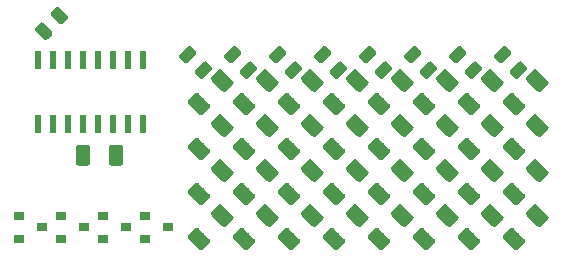
<source format=gbr>
G04 #@! TF.GenerationSoftware,KiCad,Pcbnew,5.0.2-bee76a0~70~ubuntu18.04.1*
G04 #@! TF.CreationDate,2019-08-18T09:54:40+02:00*
G04 #@! TF.ProjectId,595display,35393564-6973-4706-9c61-792e6b696361,rev?*
G04 #@! TF.SameCoordinates,PX5e78920PY37b6b20*
G04 #@! TF.FileFunction,Paste,Top*
G04 #@! TF.FilePolarity,Positive*
%FSLAX46Y46*%
G04 Gerber Fmt 4.6, Leading zero omitted, Abs format (unit mm)*
G04 Created by KiCad (PCBNEW 5.0.2-bee76a0~70~ubuntu18.04.1) date zo 18 aug 2019 09:54:40 CEST*
%MOMM*%
%LPD*%
G01*
G04 APERTURE LIST*
%ADD10C,0.100000*%
%ADD11C,0.975000*%
%ADD12C,1.250000*%
%ADD13R,0.900000X0.800000*%
%ADD14R,0.600000X1.500000*%
G04 APERTURE END LIST*
D10*
G04 #@! TO.C,C1*
G36*
X11204545Y27562464D02*
X11228206Y27558954D01*
X11251410Y27553142D01*
X11273932Y27545084D01*
X11295556Y27534856D01*
X11316073Y27522559D01*
X11335286Y27508309D01*
X11353010Y27492245D01*
X11998245Y26847010D01*
X12014309Y26829286D01*
X12028559Y26810073D01*
X12040856Y26789556D01*
X12051084Y26767932D01*
X12059142Y26745410D01*
X12064954Y26722206D01*
X12068464Y26698545D01*
X12069638Y26674653D01*
X12068464Y26650761D01*
X12064954Y26627100D01*
X12059142Y26603896D01*
X12051084Y26581374D01*
X12040856Y26559750D01*
X12028559Y26539233D01*
X12014309Y26520020D01*
X11998245Y26502296D01*
X11653530Y26157581D01*
X11635806Y26141517D01*
X11616593Y26127267D01*
X11596076Y26114970D01*
X11574452Y26104742D01*
X11551930Y26096684D01*
X11528726Y26090872D01*
X11505065Y26087362D01*
X11481173Y26086188D01*
X11457281Y26087362D01*
X11433620Y26090872D01*
X11410416Y26096684D01*
X11387894Y26104742D01*
X11366270Y26114970D01*
X11345753Y26127267D01*
X11326540Y26141517D01*
X11308816Y26157581D01*
X10663581Y26802816D01*
X10647517Y26820540D01*
X10633267Y26839753D01*
X10620970Y26860270D01*
X10610742Y26881894D01*
X10602684Y26904416D01*
X10596872Y26927620D01*
X10593362Y26951281D01*
X10592188Y26975173D01*
X10593362Y26999065D01*
X10596872Y27022726D01*
X10602684Y27045930D01*
X10610742Y27068452D01*
X10620970Y27090076D01*
X10633267Y27110593D01*
X10647517Y27129806D01*
X10663581Y27147530D01*
X11008296Y27492245D01*
X11026020Y27508309D01*
X11045233Y27522559D01*
X11065750Y27534856D01*
X11087374Y27545084D01*
X11109896Y27553142D01*
X11133100Y27558954D01*
X11156761Y27562464D01*
X11180653Y27563638D01*
X11204545Y27562464D01*
X11204545Y27562464D01*
G37*
D11*
X11330913Y26824913D03*
D10*
G36*
X9878719Y26236638D02*
X9902380Y26233128D01*
X9925584Y26227316D01*
X9948106Y26219258D01*
X9969730Y26209030D01*
X9990247Y26196733D01*
X10009460Y26182483D01*
X10027184Y26166419D01*
X10672419Y25521184D01*
X10688483Y25503460D01*
X10702733Y25484247D01*
X10715030Y25463730D01*
X10725258Y25442106D01*
X10733316Y25419584D01*
X10739128Y25396380D01*
X10742638Y25372719D01*
X10743812Y25348827D01*
X10742638Y25324935D01*
X10739128Y25301274D01*
X10733316Y25278070D01*
X10725258Y25255548D01*
X10715030Y25233924D01*
X10702733Y25213407D01*
X10688483Y25194194D01*
X10672419Y25176470D01*
X10327704Y24831755D01*
X10309980Y24815691D01*
X10290767Y24801441D01*
X10270250Y24789144D01*
X10248626Y24778916D01*
X10226104Y24770858D01*
X10202900Y24765046D01*
X10179239Y24761536D01*
X10155347Y24760362D01*
X10131455Y24761536D01*
X10107794Y24765046D01*
X10084590Y24770858D01*
X10062068Y24778916D01*
X10040444Y24789144D01*
X10019927Y24801441D01*
X10000714Y24815691D01*
X9982990Y24831755D01*
X9337755Y25476990D01*
X9321691Y25494714D01*
X9307441Y25513927D01*
X9295144Y25534444D01*
X9284916Y25556068D01*
X9276858Y25578590D01*
X9271046Y25601794D01*
X9267536Y25625455D01*
X9266362Y25649347D01*
X9267536Y25673239D01*
X9271046Y25696900D01*
X9276858Y25720104D01*
X9284916Y25742626D01*
X9295144Y25764250D01*
X9307441Y25784767D01*
X9321691Y25803980D01*
X9337755Y25821704D01*
X9682470Y26166419D01*
X9700194Y26182483D01*
X9719407Y26196733D01*
X9739924Y26209030D01*
X9761548Y26219258D01*
X9784070Y26227316D01*
X9807274Y26233128D01*
X9830935Y26236638D01*
X9854827Y26237812D01*
X9878719Y26236638D01*
X9878719Y26236638D01*
G37*
D11*
X10005087Y25499087D03*
G04 #@! TD*
D10*
G04 #@! TO.C,D1*
G36*
X22987778Y20285954D02*
X23012047Y20282354D01*
X23035845Y20276393D01*
X23058945Y20268128D01*
X23081123Y20257638D01*
X23102167Y20245025D01*
X23121872Y20230411D01*
X23140051Y20213935D01*
X24023935Y19330051D01*
X24040411Y19311872D01*
X24055025Y19292167D01*
X24067638Y19271123D01*
X24078128Y19248945D01*
X24086393Y19225845D01*
X24092354Y19202047D01*
X24095954Y19177778D01*
X24097158Y19153274D01*
X24095954Y19128770D01*
X24092354Y19104501D01*
X24086393Y19080703D01*
X24078128Y19057603D01*
X24067638Y19035425D01*
X24055025Y19014381D01*
X24040411Y18994676D01*
X24023935Y18976497D01*
X23493605Y18446167D01*
X23475426Y18429691D01*
X23455721Y18415077D01*
X23434677Y18402464D01*
X23412499Y18391974D01*
X23389399Y18383709D01*
X23365601Y18377748D01*
X23341332Y18374148D01*
X23316828Y18372944D01*
X23292324Y18374148D01*
X23268055Y18377748D01*
X23244257Y18383709D01*
X23221157Y18391974D01*
X23198979Y18402464D01*
X23177935Y18415077D01*
X23158230Y18429691D01*
X23140051Y18446167D01*
X22256167Y19330051D01*
X22239691Y19348230D01*
X22225077Y19367935D01*
X22212464Y19388979D01*
X22201974Y19411157D01*
X22193709Y19434257D01*
X22187748Y19458055D01*
X22184148Y19482324D01*
X22182944Y19506828D01*
X22184148Y19531332D01*
X22187748Y19555601D01*
X22193709Y19579399D01*
X22201974Y19602499D01*
X22212464Y19624677D01*
X22225077Y19645721D01*
X22239691Y19665426D01*
X22256167Y19683605D01*
X22786497Y20213935D01*
X22804676Y20230411D01*
X22824381Y20245025D01*
X22845425Y20257638D01*
X22867603Y20268128D01*
X22890703Y20276393D01*
X22914501Y20282354D01*
X22938770Y20285954D01*
X22963274Y20287158D01*
X22987778Y20285954D01*
X22987778Y20285954D01*
G37*
D12*
X23140051Y19330051D03*
D10*
G36*
X24967676Y22265852D02*
X24991945Y22262252D01*
X25015743Y22256291D01*
X25038843Y22248026D01*
X25061021Y22237536D01*
X25082065Y22224923D01*
X25101770Y22210309D01*
X25119949Y22193833D01*
X26003833Y21309949D01*
X26020309Y21291770D01*
X26034923Y21272065D01*
X26047536Y21251021D01*
X26058026Y21228843D01*
X26066291Y21205743D01*
X26072252Y21181945D01*
X26075852Y21157676D01*
X26077056Y21133172D01*
X26075852Y21108668D01*
X26072252Y21084399D01*
X26066291Y21060601D01*
X26058026Y21037501D01*
X26047536Y21015323D01*
X26034923Y20994279D01*
X26020309Y20974574D01*
X26003833Y20956395D01*
X25473503Y20426065D01*
X25455324Y20409589D01*
X25435619Y20394975D01*
X25414575Y20382362D01*
X25392397Y20371872D01*
X25369297Y20363607D01*
X25345499Y20357646D01*
X25321230Y20354046D01*
X25296726Y20352842D01*
X25272222Y20354046D01*
X25247953Y20357646D01*
X25224155Y20363607D01*
X25201055Y20371872D01*
X25178877Y20382362D01*
X25157833Y20394975D01*
X25138128Y20409589D01*
X25119949Y20426065D01*
X24236065Y21309949D01*
X24219589Y21328128D01*
X24204975Y21347833D01*
X24192362Y21368877D01*
X24181872Y21391055D01*
X24173607Y21414155D01*
X24167646Y21437953D01*
X24164046Y21462222D01*
X24162842Y21486726D01*
X24164046Y21511230D01*
X24167646Y21535499D01*
X24173607Y21559297D01*
X24181872Y21582397D01*
X24192362Y21604575D01*
X24204975Y21625619D01*
X24219589Y21645324D01*
X24236065Y21663503D01*
X24766395Y22193833D01*
X24784574Y22210309D01*
X24804279Y22224923D01*
X24825323Y22237536D01*
X24847501Y22248026D01*
X24870601Y22256291D01*
X24894399Y22262252D01*
X24918668Y22265852D01*
X24943172Y22267056D01*
X24967676Y22265852D01*
X24967676Y22265852D01*
G37*
D12*
X25119949Y21309949D03*
G04 #@! TD*
D10*
G04 #@! TO.C,D2*
G36*
X22987778Y16475954D02*
X23012047Y16472354D01*
X23035845Y16466393D01*
X23058945Y16458128D01*
X23081123Y16447638D01*
X23102167Y16435025D01*
X23121872Y16420411D01*
X23140051Y16403935D01*
X24023935Y15520051D01*
X24040411Y15501872D01*
X24055025Y15482167D01*
X24067638Y15461123D01*
X24078128Y15438945D01*
X24086393Y15415845D01*
X24092354Y15392047D01*
X24095954Y15367778D01*
X24097158Y15343274D01*
X24095954Y15318770D01*
X24092354Y15294501D01*
X24086393Y15270703D01*
X24078128Y15247603D01*
X24067638Y15225425D01*
X24055025Y15204381D01*
X24040411Y15184676D01*
X24023935Y15166497D01*
X23493605Y14636167D01*
X23475426Y14619691D01*
X23455721Y14605077D01*
X23434677Y14592464D01*
X23412499Y14581974D01*
X23389399Y14573709D01*
X23365601Y14567748D01*
X23341332Y14564148D01*
X23316828Y14562944D01*
X23292324Y14564148D01*
X23268055Y14567748D01*
X23244257Y14573709D01*
X23221157Y14581974D01*
X23198979Y14592464D01*
X23177935Y14605077D01*
X23158230Y14619691D01*
X23140051Y14636167D01*
X22256167Y15520051D01*
X22239691Y15538230D01*
X22225077Y15557935D01*
X22212464Y15578979D01*
X22201974Y15601157D01*
X22193709Y15624257D01*
X22187748Y15648055D01*
X22184148Y15672324D01*
X22182944Y15696828D01*
X22184148Y15721332D01*
X22187748Y15745601D01*
X22193709Y15769399D01*
X22201974Y15792499D01*
X22212464Y15814677D01*
X22225077Y15835721D01*
X22239691Y15855426D01*
X22256167Y15873605D01*
X22786497Y16403935D01*
X22804676Y16420411D01*
X22824381Y16435025D01*
X22845425Y16447638D01*
X22867603Y16458128D01*
X22890703Y16466393D01*
X22914501Y16472354D01*
X22938770Y16475954D01*
X22963274Y16477158D01*
X22987778Y16475954D01*
X22987778Y16475954D01*
G37*
D12*
X23140051Y15520051D03*
D10*
G36*
X24967676Y18455852D02*
X24991945Y18452252D01*
X25015743Y18446291D01*
X25038843Y18438026D01*
X25061021Y18427536D01*
X25082065Y18414923D01*
X25101770Y18400309D01*
X25119949Y18383833D01*
X26003833Y17499949D01*
X26020309Y17481770D01*
X26034923Y17462065D01*
X26047536Y17441021D01*
X26058026Y17418843D01*
X26066291Y17395743D01*
X26072252Y17371945D01*
X26075852Y17347676D01*
X26077056Y17323172D01*
X26075852Y17298668D01*
X26072252Y17274399D01*
X26066291Y17250601D01*
X26058026Y17227501D01*
X26047536Y17205323D01*
X26034923Y17184279D01*
X26020309Y17164574D01*
X26003833Y17146395D01*
X25473503Y16616065D01*
X25455324Y16599589D01*
X25435619Y16584975D01*
X25414575Y16572362D01*
X25392397Y16561872D01*
X25369297Y16553607D01*
X25345499Y16547646D01*
X25321230Y16544046D01*
X25296726Y16542842D01*
X25272222Y16544046D01*
X25247953Y16547646D01*
X25224155Y16553607D01*
X25201055Y16561872D01*
X25178877Y16572362D01*
X25157833Y16584975D01*
X25138128Y16599589D01*
X25119949Y16616065D01*
X24236065Y17499949D01*
X24219589Y17518128D01*
X24204975Y17537833D01*
X24192362Y17558877D01*
X24181872Y17581055D01*
X24173607Y17604155D01*
X24167646Y17627953D01*
X24164046Y17652222D01*
X24162842Y17676726D01*
X24164046Y17701230D01*
X24167646Y17725499D01*
X24173607Y17749297D01*
X24181872Y17772397D01*
X24192362Y17794575D01*
X24204975Y17815619D01*
X24219589Y17835324D01*
X24236065Y17853503D01*
X24766395Y18383833D01*
X24784574Y18400309D01*
X24804279Y18414923D01*
X24825323Y18427536D01*
X24847501Y18438026D01*
X24870601Y18446291D01*
X24894399Y18452252D01*
X24918668Y18455852D01*
X24943172Y18457056D01*
X24967676Y18455852D01*
X24967676Y18455852D01*
G37*
D12*
X25119949Y17499949D03*
G04 #@! TD*
D10*
G04 #@! TO.C,D3*
G36*
X22987778Y12665954D02*
X23012047Y12662354D01*
X23035845Y12656393D01*
X23058945Y12648128D01*
X23081123Y12637638D01*
X23102167Y12625025D01*
X23121872Y12610411D01*
X23140051Y12593935D01*
X24023935Y11710051D01*
X24040411Y11691872D01*
X24055025Y11672167D01*
X24067638Y11651123D01*
X24078128Y11628945D01*
X24086393Y11605845D01*
X24092354Y11582047D01*
X24095954Y11557778D01*
X24097158Y11533274D01*
X24095954Y11508770D01*
X24092354Y11484501D01*
X24086393Y11460703D01*
X24078128Y11437603D01*
X24067638Y11415425D01*
X24055025Y11394381D01*
X24040411Y11374676D01*
X24023935Y11356497D01*
X23493605Y10826167D01*
X23475426Y10809691D01*
X23455721Y10795077D01*
X23434677Y10782464D01*
X23412499Y10771974D01*
X23389399Y10763709D01*
X23365601Y10757748D01*
X23341332Y10754148D01*
X23316828Y10752944D01*
X23292324Y10754148D01*
X23268055Y10757748D01*
X23244257Y10763709D01*
X23221157Y10771974D01*
X23198979Y10782464D01*
X23177935Y10795077D01*
X23158230Y10809691D01*
X23140051Y10826167D01*
X22256167Y11710051D01*
X22239691Y11728230D01*
X22225077Y11747935D01*
X22212464Y11768979D01*
X22201974Y11791157D01*
X22193709Y11814257D01*
X22187748Y11838055D01*
X22184148Y11862324D01*
X22182944Y11886828D01*
X22184148Y11911332D01*
X22187748Y11935601D01*
X22193709Y11959399D01*
X22201974Y11982499D01*
X22212464Y12004677D01*
X22225077Y12025721D01*
X22239691Y12045426D01*
X22256167Y12063605D01*
X22786497Y12593935D01*
X22804676Y12610411D01*
X22824381Y12625025D01*
X22845425Y12637638D01*
X22867603Y12648128D01*
X22890703Y12656393D01*
X22914501Y12662354D01*
X22938770Y12665954D01*
X22963274Y12667158D01*
X22987778Y12665954D01*
X22987778Y12665954D01*
G37*
D12*
X23140051Y11710051D03*
D10*
G36*
X24967676Y14645852D02*
X24991945Y14642252D01*
X25015743Y14636291D01*
X25038843Y14628026D01*
X25061021Y14617536D01*
X25082065Y14604923D01*
X25101770Y14590309D01*
X25119949Y14573833D01*
X26003833Y13689949D01*
X26020309Y13671770D01*
X26034923Y13652065D01*
X26047536Y13631021D01*
X26058026Y13608843D01*
X26066291Y13585743D01*
X26072252Y13561945D01*
X26075852Y13537676D01*
X26077056Y13513172D01*
X26075852Y13488668D01*
X26072252Y13464399D01*
X26066291Y13440601D01*
X26058026Y13417501D01*
X26047536Y13395323D01*
X26034923Y13374279D01*
X26020309Y13354574D01*
X26003833Y13336395D01*
X25473503Y12806065D01*
X25455324Y12789589D01*
X25435619Y12774975D01*
X25414575Y12762362D01*
X25392397Y12751872D01*
X25369297Y12743607D01*
X25345499Y12737646D01*
X25321230Y12734046D01*
X25296726Y12732842D01*
X25272222Y12734046D01*
X25247953Y12737646D01*
X25224155Y12743607D01*
X25201055Y12751872D01*
X25178877Y12762362D01*
X25157833Y12774975D01*
X25138128Y12789589D01*
X25119949Y12806065D01*
X24236065Y13689949D01*
X24219589Y13708128D01*
X24204975Y13727833D01*
X24192362Y13748877D01*
X24181872Y13771055D01*
X24173607Y13794155D01*
X24167646Y13817953D01*
X24164046Y13842222D01*
X24162842Y13866726D01*
X24164046Y13891230D01*
X24167646Y13915499D01*
X24173607Y13939297D01*
X24181872Y13962397D01*
X24192362Y13984575D01*
X24204975Y14005619D01*
X24219589Y14025324D01*
X24236065Y14043503D01*
X24766395Y14573833D01*
X24784574Y14590309D01*
X24804279Y14604923D01*
X24825323Y14617536D01*
X24847501Y14628026D01*
X24870601Y14636291D01*
X24894399Y14642252D01*
X24918668Y14645852D01*
X24943172Y14647056D01*
X24967676Y14645852D01*
X24967676Y14645852D01*
G37*
D12*
X25119949Y13689949D03*
G04 #@! TD*
D10*
G04 #@! TO.C,D4*
G36*
X22987778Y8855954D02*
X23012047Y8852354D01*
X23035845Y8846393D01*
X23058945Y8838128D01*
X23081123Y8827638D01*
X23102167Y8815025D01*
X23121872Y8800411D01*
X23140051Y8783935D01*
X24023935Y7900051D01*
X24040411Y7881872D01*
X24055025Y7862167D01*
X24067638Y7841123D01*
X24078128Y7818945D01*
X24086393Y7795845D01*
X24092354Y7772047D01*
X24095954Y7747778D01*
X24097158Y7723274D01*
X24095954Y7698770D01*
X24092354Y7674501D01*
X24086393Y7650703D01*
X24078128Y7627603D01*
X24067638Y7605425D01*
X24055025Y7584381D01*
X24040411Y7564676D01*
X24023935Y7546497D01*
X23493605Y7016167D01*
X23475426Y6999691D01*
X23455721Y6985077D01*
X23434677Y6972464D01*
X23412499Y6961974D01*
X23389399Y6953709D01*
X23365601Y6947748D01*
X23341332Y6944148D01*
X23316828Y6942944D01*
X23292324Y6944148D01*
X23268055Y6947748D01*
X23244257Y6953709D01*
X23221157Y6961974D01*
X23198979Y6972464D01*
X23177935Y6985077D01*
X23158230Y6999691D01*
X23140051Y7016167D01*
X22256167Y7900051D01*
X22239691Y7918230D01*
X22225077Y7937935D01*
X22212464Y7958979D01*
X22201974Y7981157D01*
X22193709Y8004257D01*
X22187748Y8028055D01*
X22184148Y8052324D01*
X22182944Y8076828D01*
X22184148Y8101332D01*
X22187748Y8125601D01*
X22193709Y8149399D01*
X22201974Y8172499D01*
X22212464Y8194677D01*
X22225077Y8215721D01*
X22239691Y8235426D01*
X22256167Y8253605D01*
X22786497Y8783935D01*
X22804676Y8800411D01*
X22824381Y8815025D01*
X22845425Y8827638D01*
X22867603Y8838128D01*
X22890703Y8846393D01*
X22914501Y8852354D01*
X22938770Y8855954D01*
X22963274Y8857158D01*
X22987778Y8855954D01*
X22987778Y8855954D01*
G37*
D12*
X23140051Y7900051D03*
D10*
G36*
X24967676Y10835852D02*
X24991945Y10832252D01*
X25015743Y10826291D01*
X25038843Y10818026D01*
X25061021Y10807536D01*
X25082065Y10794923D01*
X25101770Y10780309D01*
X25119949Y10763833D01*
X26003833Y9879949D01*
X26020309Y9861770D01*
X26034923Y9842065D01*
X26047536Y9821021D01*
X26058026Y9798843D01*
X26066291Y9775743D01*
X26072252Y9751945D01*
X26075852Y9727676D01*
X26077056Y9703172D01*
X26075852Y9678668D01*
X26072252Y9654399D01*
X26066291Y9630601D01*
X26058026Y9607501D01*
X26047536Y9585323D01*
X26034923Y9564279D01*
X26020309Y9544574D01*
X26003833Y9526395D01*
X25473503Y8996065D01*
X25455324Y8979589D01*
X25435619Y8964975D01*
X25414575Y8952362D01*
X25392397Y8941872D01*
X25369297Y8933607D01*
X25345499Y8927646D01*
X25321230Y8924046D01*
X25296726Y8922842D01*
X25272222Y8924046D01*
X25247953Y8927646D01*
X25224155Y8933607D01*
X25201055Y8941872D01*
X25178877Y8952362D01*
X25157833Y8964975D01*
X25138128Y8979589D01*
X25119949Y8996065D01*
X24236065Y9879949D01*
X24219589Y9898128D01*
X24204975Y9917833D01*
X24192362Y9938877D01*
X24181872Y9961055D01*
X24173607Y9984155D01*
X24167646Y10007953D01*
X24164046Y10032222D01*
X24162842Y10056726D01*
X24164046Y10081230D01*
X24167646Y10105499D01*
X24173607Y10129297D01*
X24181872Y10152397D01*
X24192362Y10174575D01*
X24204975Y10195619D01*
X24219589Y10215324D01*
X24236065Y10233503D01*
X24766395Y10763833D01*
X24784574Y10780309D01*
X24804279Y10794923D01*
X24825323Y10807536D01*
X24847501Y10818026D01*
X24870601Y10826291D01*
X24894399Y10832252D01*
X24918668Y10835852D01*
X24943172Y10837056D01*
X24967676Y10835852D01*
X24967676Y10835852D01*
G37*
D12*
X25119949Y9879949D03*
G04 #@! TD*
D10*
G04 #@! TO.C,D5*
G36*
X28777676Y22265852D02*
X28801945Y22262252D01*
X28825743Y22256291D01*
X28848843Y22248026D01*
X28871021Y22237536D01*
X28892065Y22224923D01*
X28911770Y22210309D01*
X28929949Y22193833D01*
X29813833Y21309949D01*
X29830309Y21291770D01*
X29844923Y21272065D01*
X29857536Y21251021D01*
X29868026Y21228843D01*
X29876291Y21205743D01*
X29882252Y21181945D01*
X29885852Y21157676D01*
X29887056Y21133172D01*
X29885852Y21108668D01*
X29882252Y21084399D01*
X29876291Y21060601D01*
X29868026Y21037501D01*
X29857536Y21015323D01*
X29844923Y20994279D01*
X29830309Y20974574D01*
X29813833Y20956395D01*
X29283503Y20426065D01*
X29265324Y20409589D01*
X29245619Y20394975D01*
X29224575Y20382362D01*
X29202397Y20371872D01*
X29179297Y20363607D01*
X29155499Y20357646D01*
X29131230Y20354046D01*
X29106726Y20352842D01*
X29082222Y20354046D01*
X29057953Y20357646D01*
X29034155Y20363607D01*
X29011055Y20371872D01*
X28988877Y20382362D01*
X28967833Y20394975D01*
X28948128Y20409589D01*
X28929949Y20426065D01*
X28046065Y21309949D01*
X28029589Y21328128D01*
X28014975Y21347833D01*
X28002362Y21368877D01*
X27991872Y21391055D01*
X27983607Y21414155D01*
X27977646Y21437953D01*
X27974046Y21462222D01*
X27972842Y21486726D01*
X27974046Y21511230D01*
X27977646Y21535499D01*
X27983607Y21559297D01*
X27991872Y21582397D01*
X28002362Y21604575D01*
X28014975Y21625619D01*
X28029589Y21645324D01*
X28046065Y21663503D01*
X28576395Y22193833D01*
X28594574Y22210309D01*
X28614279Y22224923D01*
X28635323Y22237536D01*
X28657501Y22248026D01*
X28680601Y22256291D01*
X28704399Y22262252D01*
X28728668Y22265852D01*
X28753172Y22267056D01*
X28777676Y22265852D01*
X28777676Y22265852D01*
G37*
D12*
X28929949Y21309949D03*
D10*
G36*
X26797778Y20285954D02*
X26822047Y20282354D01*
X26845845Y20276393D01*
X26868945Y20268128D01*
X26891123Y20257638D01*
X26912167Y20245025D01*
X26931872Y20230411D01*
X26950051Y20213935D01*
X27833935Y19330051D01*
X27850411Y19311872D01*
X27865025Y19292167D01*
X27877638Y19271123D01*
X27888128Y19248945D01*
X27896393Y19225845D01*
X27902354Y19202047D01*
X27905954Y19177778D01*
X27907158Y19153274D01*
X27905954Y19128770D01*
X27902354Y19104501D01*
X27896393Y19080703D01*
X27888128Y19057603D01*
X27877638Y19035425D01*
X27865025Y19014381D01*
X27850411Y18994676D01*
X27833935Y18976497D01*
X27303605Y18446167D01*
X27285426Y18429691D01*
X27265721Y18415077D01*
X27244677Y18402464D01*
X27222499Y18391974D01*
X27199399Y18383709D01*
X27175601Y18377748D01*
X27151332Y18374148D01*
X27126828Y18372944D01*
X27102324Y18374148D01*
X27078055Y18377748D01*
X27054257Y18383709D01*
X27031157Y18391974D01*
X27008979Y18402464D01*
X26987935Y18415077D01*
X26968230Y18429691D01*
X26950051Y18446167D01*
X26066167Y19330051D01*
X26049691Y19348230D01*
X26035077Y19367935D01*
X26022464Y19388979D01*
X26011974Y19411157D01*
X26003709Y19434257D01*
X25997748Y19458055D01*
X25994148Y19482324D01*
X25992944Y19506828D01*
X25994148Y19531332D01*
X25997748Y19555601D01*
X26003709Y19579399D01*
X26011974Y19602499D01*
X26022464Y19624677D01*
X26035077Y19645721D01*
X26049691Y19665426D01*
X26066167Y19683605D01*
X26596497Y20213935D01*
X26614676Y20230411D01*
X26634381Y20245025D01*
X26655425Y20257638D01*
X26677603Y20268128D01*
X26700703Y20276393D01*
X26724501Y20282354D01*
X26748770Y20285954D01*
X26773274Y20287158D01*
X26797778Y20285954D01*
X26797778Y20285954D01*
G37*
D12*
X26950051Y19330051D03*
G04 #@! TD*
D10*
G04 #@! TO.C,D6*
G36*
X28777676Y18455852D02*
X28801945Y18452252D01*
X28825743Y18446291D01*
X28848843Y18438026D01*
X28871021Y18427536D01*
X28892065Y18414923D01*
X28911770Y18400309D01*
X28929949Y18383833D01*
X29813833Y17499949D01*
X29830309Y17481770D01*
X29844923Y17462065D01*
X29857536Y17441021D01*
X29868026Y17418843D01*
X29876291Y17395743D01*
X29882252Y17371945D01*
X29885852Y17347676D01*
X29887056Y17323172D01*
X29885852Y17298668D01*
X29882252Y17274399D01*
X29876291Y17250601D01*
X29868026Y17227501D01*
X29857536Y17205323D01*
X29844923Y17184279D01*
X29830309Y17164574D01*
X29813833Y17146395D01*
X29283503Y16616065D01*
X29265324Y16599589D01*
X29245619Y16584975D01*
X29224575Y16572362D01*
X29202397Y16561872D01*
X29179297Y16553607D01*
X29155499Y16547646D01*
X29131230Y16544046D01*
X29106726Y16542842D01*
X29082222Y16544046D01*
X29057953Y16547646D01*
X29034155Y16553607D01*
X29011055Y16561872D01*
X28988877Y16572362D01*
X28967833Y16584975D01*
X28948128Y16599589D01*
X28929949Y16616065D01*
X28046065Y17499949D01*
X28029589Y17518128D01*
X28014975Y17537833D01*
X28002362Y17558877D01*
X27991872Y17581055D01*
X27983607Y17604155D01*
X27977646Y17627953D01*
X27974046Y17652222D01*
X27972842Y17676726D01*
X27974046Y17701230D01*
X27977646Y17725499D01*
X27983607Y17749297D01*
X27991872Y17772397D01*
X28002362Y17794575D01*
X28014975Y17815619D01*
X28029589Y17835324D01*
X28046065Y17853503D01*
X28576395Y18383833D01*
X28594574Y18400309D01*
X28614279Y18414923D01*
X28635323Y18427536D01*
X28657501Y18438026D01*
X28680601Y18446291D01*
X28704399Y18452252D01*
X28728668Y18455852D01*
X28753172Y18457056D01*
X28777676Y18455852D01*
X28777676Y18455852D01*
G37*
D12*
X28929949Y17499949D03*
D10*
G36*
X26797778Y16475954D02*
X26822047Y16472354D01*
X26845845Y16466393D01*
X26868945Y16458128D01*
X26891123Y16447638D01*
X26912167Y16435025D01*
X26931872Y16420411D01*
X26950051Y16403935D01*
X27833935Y15520051D01*
X27850411Y15501872D01*
X27865025Y15482167D01*
X27877638Y15461123D01*
X27888128Y15438945D01*
X27896393Y15415845D01*
X27902354Y15392047D01*
X27905954Y15367778D01*
X27907158Y15343274D01*
X27905954Y15318770D01*
X27902354Y15294501D01*
X27896393Y15270703D01*
X27888128Y15247603D01*
X27877638Y15225425D01*
X27865025Y15204381D01*
X27850411Y15184676D01*
X27833935Y15166497D01*
X27303605Y14636167D01*
X27285426Y14619691D01*
X27265721Y14605077D01*
X27244677Y14592464D01*
X27222499Y14581974D01*
X27199399Y14573709D01*
X27175601Y14567748D01*
X27151332Y14564148D01*
X27126828Y14562944D01*
X27102324Y14564148D01*
X27078055Y14567748D01*
X27054257Y14573709D01*
X27031157Y14581974D01*
X27008979Y14592464D01*
X26987935Y14605077D01*
X26968230Y14619691D01*
X26950051Y14636167D01*
X26066167Y15520051D01*
X26049691Y15538230D01*
X26035077Y15557935D01*
X26022464Y15578979D01*
X26011974Y15601157D01*
X26003709Y15624257D01*
X25997748Y15648055D01*
X25994148Y15672324D01*
X25992944Y15696828D01*
X25994148Y15721332D01*
X25997748Y15745601D01*
X26003709Y15769399D01*
X26011974Y15792499D01*
X26022464Y15814677D01*
X26035077Y15835721D01*
X26049691Y15855426D01*
X26066167Y15873605D01*
X26596497Y16403935D01*
X26614676Y16420411D01*
X26634381Y16435025D01*
X26655425Y16447638D01*
X26677603Y16458128D01*
X26700703Y16466393D01*
X26724501Y16472354D01*
X26748770Y16475954D01*
X26773274Y16477158D01*
X26797778Y16475954D01*
X26797778Y16475954D01*
G37*
D12*
X26950051Y15520051D03*
G04 #@! TD*
D10*
G04 #@! TO.C,D7*
G36*
X28777676Y14645852D02*
X28801945Y14642252D01*
X28825743Y14636291D01*
X28848843Y14628026D01*
X28871021Y14617536D01*
X28892065Y14604923D01*
X28911770Y14590309D01*
X28929949Y14573833D01*
X29813833Y13689949D01*
X29830309Y13671770D01*
X29844923Y13652065D01*
X29857536Y13631021D01*
X29868026Y13608843D01*
X29876291Y13585743D01*
X29882252Y13561945D01*
X29885852Y13537676D01*
X29887056Y13513172D01*
X29885852Y13488668D01*
X29882252Y13464399D01*
X29876291Y13440601D01*
X29868026Y13417501D01*
X29857536Y13395323D01*
X29844923Y13374279D01*
X29830309Y13354574D01*
X29813833Y13336395D01*
X29283503Y12806065D01*
X29265324Y12789589D01*
X29245619Y12774975D01*
X29224575Y12762362D01*
X29202397Y12751872D01*
X29179297Y12743607D01*
X29155499Y12737646D01*
X29131230Y12734046D01*
X29106726Y12732842D01*
X29082222Y12734046D01*
X29057953Y12737646D01*
X29034155Y12743607D01*
X29011055Y12751872D01*
X28988877Y12762362D01*
X28967833Y12774975D01*
X28948128Y12789589D01*
X28929949Y12806065D01*
X28046065Y13689949D01*
X28029589Y13708128D01*
X28014975Y13727833D01*
X28002362Y13748877D01*
X27991872Y13771055D01*
X27983607Y13794155D01*
X27977646Y13817953D01*
X27974046Y13842222D01*
X27972842Y13866726D01*
X27974046Y13891230D01*
X27977646Y13915499D01*
X27983607Y13939297D01*
X27991872Y13962397D01*
X28002362Y13984575D01*
X28014975Y14005619D01*
X28029589Y14025324D01*
X28046065Y14043503D01*
X28576395Y14573833D01*
X28594574Y14590309D01*
X28614279Y14604923D01*
X28635323Y14617536D01*
X28657501Y14628026D01*
X28680601Y14636291D01*
X28704399Y14642252D01*
X28728668Y14645852D01*
X28753172Y14647056D01*
X28777676Y14645852D01*
X28777676Y14645852D01*
G37*
D12*
X28929949Y13689949D03*
D10*
G36*
X26797778Y12665954D02*
X26822047Y12662354D01*
X26845845Y12656393D01*
X26868945Y12648128D01*
X26891123Y12637638D01*
X26912167Y12625025D01*
X26931872Y12610411D01*
X26950051Y12593935D01*
X27833935Y11710051D01*
X27850411Y11691872D01*
X27865025Y11672167D01*
X27877638Y11651123D01*
X27888128Y11628945D01*
X27896393Y11605845D01*
X27902354Y11582047D01*
X27905954Y11557778D01*
X27907158Y11533274D01*
X27905954Y11508770D01*
X27902354Y11484501D01*
X27896393Y11460703D01*
X27888128Y11437603D01*
X27877638Y11415425D01*
X27865025Y11394381D01*
X27850411Y11374676D01*
X27833935Y11356497D01*
X27303605Y10826167D01*
X27285426Y10809691D01*
X27265721Y10795077D01*
X27244677Y10782464D01*
X27222499Y10771974D01*
X27199399Y10763709D01*
X27175601Y10757748D01*
X27151332Y10754148D01*
X27126828Y10752944D01*
X27102324Y10754148D01*
X27078055Y10757748D01*
X27054257Y10763709D01*
X27031157Y10771974D01*
X27008979Y10782464D01*
X26987935Y10795077D01*
X26968230Y10809691D01*
X26950051Y10826167D01*
X26066167Y11710051D01*
X26049691Y11728230D01*
X26035077Y11747935D01*
X26022464Y11768979D01*
X26011974Y11791157D01*
X26003709Y11814257D01*
X25997748Y11838055D01*
X25994148Y11862324D01*
X25992944Y11886828D01*
X25994148Y11911332D01*
X25997748Y11935601D01*
X26003709Y11959399D01*
X26011974Y11982499D01*
X26022464Y12004677D01*
X26035077Y12025721D01*
X26049691Y12045426D01*
X26066167Y12063605D01*
X26596497Y12593935D01*
X26614676Y12610411D01*
X26634381Y12625025D01*
X26655425Y12637638D01*
X26677603Y12648128D01*
X26700703Y12656393D01*
X26724501Y12662354D01*
X26748770Y12665954D01*
X26773274Y12667158D01*
X26797778Y12665954D01*
X26797778Y12665954D01*
G37*
D12*
X26950051Y11710051D03*
G04 #@! TD*
D10*
G04 #@! TO.C,D8*
G36*
X28777676Y10835852D02*
X28801945Y10832252D01*
X28825743Y10826291D01*
X28848843Y10818026D01*
X28871021Y10807536D01*
X28892065Y10794923D01*
X28911770Y10780309D01*
X28929949Y10763833D01*
X29813833Y9879949D01*
X29830309Y9861770D01*
X29844923Y9842065D01*
X29857536Y9821021D01*
X29868026Y9798843D01*
X29876291Y9775743D01*
X29882252Y9751945D01*
X29885852Y9727676D01*
X29887056Y9703172D01*
X29885852Y9678668D01*
X29882252Y9654399D01*
X29876291Y9630601D01*
X29868026Y9607501D01*
X29857536Y9585323D01*
X29844923Y9564279D01*
X29830309Y9544574D01*
X29813833Y9526395D01*
X29283503Y8996065D01*
X29265324Y8979589D01*
X29245619Y8964975D01*
X29224575Y8952362D01*
X29202397Y8941872D01*
X29179297Y8933607D01*
X29155499Y8927646D01*
X29131230Y8924046D01*
X29106726Y8922842D01*
X29082222Y8924046D01*
X29057953Y8927646D01*
X29034155Y8933607D01*
X29011055Y8941872D01*
X28988877Y8952362D01*
X28967833Y8964975D01*
X28948128Y8979589D01*
X28929949Y8996065D01*
X28046065Y9879949D01*
X28029589Y9898128D01*
X28014975Y9917833D01*
X28002362Y9938877D01*
X27991872Y9961055D01*
X27983607Y9984155D01*
X27977646Y10007953D01*
X27974046Y10032222D01*
X27972842Y10056726D01*
X27974046Y10081230D01*
X27977646Y10105499D01*
X27983607Y10129297D01*
X27991872Y10152397D01*
X28002362Y10174575D01*
X28014975Y10195619D01*
X28029589Y10215324D01*
X28046065Y10233503D01*
X28576395Y10763833D01*
X28594574Y10780309D01*
X28614279Y10794923D01*
X28635323Y10807536D01*
X28657501Y10818026D01*
X28680601Y10826291D01*
X28704399Y10832252D01*
X28728668Y10835852D01*
X28753172Y10837056D01*
X28777676Y10835852D01*
X28777676Y10835852D01*
G37*
D12*
X28929949Y9879949D03*
D10*
G36*
X26797778Y8855954D02*
X26822047Y8852354D01*
X26845845Y8846393D01*
X26868945Y8838128D01*
X26891123Y8827638D01*
X26912167Y8815025D01*
X26931872Y8800411D01*
X26950051Y8783935D01*
X27833935Y7900051D01*
X27850411Y7881872D01*
X27865025Y7862167D01*
X27877638Y7841123D01*
X27888128Y7818945D01*
X27896393Y7795845D01*
X27902354Y7772047D01*
X27905954Y7747778D01*
X27907158Y7723274D01*
X27905954Y7698770D01*
X27902354Y7674501D01*
X27896393Y7650703D01*
X27888128Y7627603D01*
X27877638Y7605425D01*
X27865025Y7584381D01*
X27850411Y7564676D01*
X27833935Y7546497D01*
X27303605Y7016167D01*
X27285426Y6999691D01*
X27265721Y6985077D01*
X27244677Y6972464D01*
X27222499Y6961974D01*
X27199399Y6953709D01*
X27175601Y6947748D01*
X27151332Y6944148D01*
X27126828Y6942944D01*
X27102324Y6944148D01*
X27078055Y6947748D01*
X27054257Y6953709D01*
X27031157Y6961974D01*
X27008979Y6972464D01*
X26987935Y6985077D01*
X26968230Y6999691D01*
X26950051Y7016167D01*
X26066167Y7900051D01*
X26049691Y7918230D01*
X26035077Y7937935D01*
X26022464Y7958979D01*
X26011974Y7981157D01*
X26003709Y8004257D01*
X25997748Y8028055D01*
X25994148Y8052324D01*
X25992944Y8076828D01*
X25994148Y8101332D01*
X25997748Y8125601D01*
X26003709Y8149399D01*
X26011974Y8172499D01*
X26022464Y8194677D01*
X26035077Y8215721D01*
X26049691Y8235426D01*
X26066167Y8253605D01*
X26596497Y8783935D01*
X26614676Y8800411D01*
X26634381Y8815025D01*
X26655425Y8827638D01*
X26677603Y8838128D01*
X26700703Y8846393D01*
X26724501Y8852354D01*
X26748770Y8855954D01*
X26773274Y8857158D01*
X26797778Y8855954D01*
X26797778Y8855954D01*
G37*
D12*
X26950051Y7900051D03*
G04 #@! TD*
D10*
G04 #@! TO.C,D9*
G36*
X30607778Y20285954D02*
X30632047Y20282354D01*
X30655845Y20276393D01*
X30678945Y20268128D01*
X30701123Y20257638D01*
X30722167Y20245025D01*
X30741872Y20230411D01*
X30760051Y20213935D01*
X31643935Y19330051D01*
X31660411Y19311872D01*
X31675025Y19292167D01*
X31687638Y19271123D01*
X31698128Y19248945D01*
X31706393Y19225845D01*
X31712354Y19202047D01*
X31715954Y19177778D01*
X31717158Y19153274D01*
X31715954Y19128770D01*
X31712354Y19104501D01*
X31706393Y19080703D01*
X31698128Y19057603D01*
X31687638Y19035425D01*
X31675025Y19014381D01*
X31660411Y18994676D01*
X31643935Y18976497D01*
X31113605Y18446167D01*
X31095426Y18429691D01*
X31075721Y18415077D01*
X31054677Y18402464D01*
X31032499Y18391974D01*
X31009399Y18383709D01*
X30985601Y18377748D01*
X30961332Y18374148D01*
X30936828Y18372944D01*
X30912324Y18374148D01*
X30888055Y18377748D01*
X30864257Y18383709D01*
X30841157Y18391974D01*
X30818979Y18402464D01*
X30797935Y18415077D01*
X30778230Y18429691D01*
X30760051Y18446167D01*
X29876167Y19330051D01*
X29859691Y19348230D01*
X29845077Y19367935D01*
X29832464Y19388979D01*
X29821974Y19411157D01*
X29813709Y19434257D01*
X29807748Y19458055D01*
X29804148Y19482324D01*
X29802944Y19506828D01*
X29804148Y19531332D01*
X29807748Y19555601D01*
X29813709Y19579399D01*
X29821974Y19602499D01*
X29832464Y19624677D01*
X29845077Y19645721D01*
X29859691Y19665426D01*
X29876167Y19683605D01*
X30406497Y20213935D01*
X30424676Y20230411D01*
X30444381Y20245025D01*
X30465425Y20257638D01*
X30487603Y20268128D01*
X30510703Y20276393D01*
X30534501Y20282354D01*
X30558770Y20285954D01*
X30583274Y20287158D01*
X30607778Y20285954D01*
X30607778Y20285954D01*
G37*
D12*
X30760051Y19330051D03*
D10*
G36*
X32587676Y22265852D02*
X32611945Y22262252D01*
X32635743Y22256291D01*
X32658843Y22248026D01*
X32681021Y22237536D01*
X32702065Y22224923D01*
X32721770Y22210309D01*
X32739949Y22193833D01*
X33623833Y21309949D01*
X33640309Y21291770D01*
X33654923Y21272065D01*
X33667536Y21251021D01*
X33678026Y21228843D01*
X33686291Y21205743D01*
X33692252Y21181945D01*
X33695852Y21157676D01*
X33697056Y21133172D01*
X33695852Y21108668D01*
X33692252Y21084399D01*
X33686291Y21060601D01*
X33678026Y21037501D01*
X33667536Y21015323D01*
X33654923Y20994279D01*
X33640309Y20974574D01*
X33623833Y20956395D01*
X33093503Y20426065D01*
X33075324Y20409589D01*
X33055619Y20394975D01*
X33034575Y20382362D01*
X33012397Y20371872D01*
X32989297Y20363607D01*
X32965499Y20357646D01*
X32941230Y20354046D01*
X32916726Y20352842D01*
X32892222Y20354046D01*
X32867953Y20357646D01*
X32844155Y20363607D01*
X32821055Y20371872D01*
X32798877Y20382362D01*
X32777833Y20394975D01*
X32758128Y20409589D01*
X32739949Y20426065D01*
X31856065Y21309949D01*
X31839589Y21328128D01*
X31824975Y21347833D01*
X31812362Y21368877D01*
X31801872Y21391055D01*
X31793607Y21414155D01*
X31787646Y21437953D01*
X31784046Y21462222D01*
X31782842Y21486726D01*
X31784046Y21511230D01*
X31787646Y21535499D01*
X31793607Y21559297D01*
X31801872Y21582397D01*
X31812362Y21604575D01*
X31824975Y21625619D01*
X31839589Y21645324D01*
X31856065Y21663503D01*
X32386395Y22193833D01*
X32404574Y22210309D01*
X32424279Y22224923D01*
X32445323Y22237536D01*
X32467501Y22248026D01*
X32490601Y22256291D01*
X32514399Y22262252D01*
X32538668Y22265852D01*
X32563172Y22267056D01*
X32587676Y22265852D01*
X32587676Y22265852D01*
G37*
D12*
X32739949Y21309949D03*
G04 #@! TD*
D10*
G04 #@! TO.C,D10*
G36*
X30607778Y16475954D02*
X30632047Y16472354D01*
X30655845Y16466393D01*
X30678945Y16458128D01*
X30701123Y16447638D01*
X30722167Y16435025D01*
X30741872Y16420411D01*
X30760051Y16403935D01*
X31643935Y15520051D01*
X31660411Y15501872D01*
X31675025Y15482167D01*
X31687638Y15461123D01*
X31698128Y15438945D01*
X31706393Y15415845D01*
X31712354Y15392047D01*
X31715954Y15367778D01*
X31717158Y15343274D01*
X31715954Y15318770D01*
X31712354Y15294501D01*
X31706393Y15270703D01*
X31698128Y15247603D01*
X31687638Y15225425D01*
X31675025Y15204381D01*
X31660411Y15184676D01*
X31643935Y15166497D01*
X31113605Y14636167D01*
X31095426Y14619691D01*
X31075721Y14605077D01*
X31054677Y14592464D01*
X31032499Y14581974D01*
X31009399Y14573709D01*
X30985601Y14567748D01*
X30961332Y14564148D01*
X30936828Y14562944D01*
X30912324Y14564148D01*
X30888055Y14567748D01*
X30864257Y14573709D01*
X30841157Y14581974D01*
X30818979Y14592464D01*
X30797935Y14605077D01*
X30778230Y14619691D01*
X30760051Y14636167D01*
X29876167Y15520051D01*
X29859691Y15538230D01*
X29845077Y15557935D01*
X29832464Y15578979D01*
X29821974Y15601157D01*
X29813709Y15624257D01*
X29807748Y15648055D01*
X29804148Y15672324D01*
X29802944Y15696828D01*
X29804148Y15721332D01*
X29807748Y15745601D01*
X29813709Y15769399D01*
X29821974Y15792499D01*
X29832464Y15814677D01*
X29845077Y15835721D01*
X29859691Y15855426D01*
X29876167Y15873605D01*
X30406497Y16403935D01*
X30424676Y16420411D01*
X30444381Y16435025D01*
X30465425Y16447638D01*
X30487603Y16458128D01*
X30510703Y16466393D01*
X30534501Y16472354D01*
X30558770Y16475954D01*
X30583274Y16477158D01*
X30607778Y16475954D01*
X30607778Y16475954D01*
G37*
D12*
X30760051Y15520051D03*
D10*
G36*
X32587676Y18455852D02*
X32611945Y18452252D01*
X32635743Y18446291D01*
X32658843Y18438026D01*
X32681021Y18427536D01*
X32702065Y18414923D01*
X32721770Y18400309D01*
X32739949Y18383833D01*
X33623833Y17499949D01*
X33640309Y17481770D01*
X33654923Y17462065D01*
X33667536Y17441021D01*
X33678026Y17418843D01*
X33686291Y17395743D01*
X33692252Y17371945D01*
X33695852Y17347676D01*
X33697056Y17323172D01*
X33695852Y17298668D01*
X33692252Y17274399D01*
X33686291Y17250601D01*
X33678026Y17227501D01*
X33667536Y17205323D01*
X33654923Y17184279D01*
X33640309Y17164574D01*
X33623833Y17146395D01*
X33093503Y16616065D01*
X33075324Y16599589D01*
X33055619Y16584975D01*
X33034575Y16572362D01*
X33012397Y16561872D01*
X32989297Y16553607D01*
X32965499Y16547646D01*
X32941230Y16544046D01*
X32916726Y16542842D01*
X32892222Y16544046D01*
X32867953Y16547646D01*
X32844155Y16553607D01*
X32821055Y16561872D01*
X32798877Y16572362D01*
X32777833Y16584975D01*
X32758128Y16599589D01*
X32739949Y16616065D01*
X31856065Y17499949D01*
X31839589Y17518128D01*
X31824975Y17537833D01*
X31812362Y17558877D01*
X31801872Y17581055D01*
X31793607Y17604155D01*
X31787646Y17627953D01*
X31784046Y17652222D01*
X31782842Y17676726D01*
X31784046Y17701230D01*
X31787646Y17725499D01*
X31793607Y17749297D01*
X31801872Y17772397D01*
X31812362Y17794575D01*
X31824975Y17815619D01*
X31839589Y17835324D01*
X31856065Y17853503D01*
X32386395Y18383833D01*
X32404574Y18400309D01*
X32424279Y18414923D01*
X32445323Y18427536D01*
X32467501Y18438026D01*
X32490601Y18446291D01*
X32514399Y18452252D01*
X32538668Y18455852D01*
X32563172Y18457056D01*
X32587676Y18455852D01*
X32587676Y18455852D01*
G37*
D12*
X32739949Y17499949D03*
G04 #@! TD*
D10*
G04 #@! TO.C,D11*
G36*
X30607778Y12665954D02*
X30632047Y12662354D01*
X30655845Y12656393D01*
X30678945Y12648128D01*
X30701123Y12637638D01*
X30722167Y12625025D01*
X30741872Y12610411D01*
X30760051Y12593935D01*
X31643935Y11710051D01*
X31660411Y11691872D01*
X31675025Y11672167D01*
X31687638Y11651123D01*
X31698128Y11628945D01*
X31706393Y11605845D01*
X31712354Y11582047D01*
X31715954Y11557778D01*
X31717158Y11533274D01*
X31715954Y11508770D01*
X31712354Y11484501D01*
X31706393Y11460703D01*
X31698128Y11437603D01*
X31687638Y11415425D01*
X31675025Y11394381D01*
X31660411Y11374676D01*
X31643935Y11356497D01*
X31113605Y10826167D01*
X31095426Y10809691D01*
X31075721Y10795077D01*
X31054677Y10782464D01*
X31032499Y10771974D01*
X31009399Y10763709D01*
X30985601Y10757748D01*
X30961332Y10754148D01*
X30936828Y10752944D01*
X30912324Y10754148D01*
X30888055Y10757748D01*
X30864257Y10763709D01*
X30841157Y10771974D01*
X30818979Y10782464D01*
X30797935Y10795077D01*
X30778230Y10809691D01*
X30760051Y10826167D01*
X29876167Y11710051D01*
X29859691Y11728230D01*
X29845077Y11747935D01*
X29832464Y11768979D01*
X29821974Y11791157D01*
X29813709Y11814257D01*
X29807748Y11838055D01*
X29804148Y11862324D01*
X29802944Y11886828D01*
X29804148Y11911332D01*
X29807748Y11935601D01*
X29813709Y11959399D01*
X29821974Y11982499D01*
X29832464Y12004677D01*
X29845077Y12025721D01*
X29859691Y12045426D01*
X29876167Y12063605D01*
X30406497Y12593935D01*
X30424676Y12610411D01*
X30444381Y12625025D01*
X30465425Y12637638D01*
X30487603Y12648128D01*
X30510703Y12656393D01*
X30534501Y12662354D01*
X30558770Y12665954D01*
X30583274Y12667158D01*
X30607778Y12665954D01*
X30607778Y12665954D01*
G37*
D12*
X30760051Y11710051D03*
D10*
G36*
X32587676Y14645852D02*
X32611945Y14642252D01*
X32635743Y14636291D01*
X32658843Y14628026D01*
X32681021Y14617536D01*
X32702065Y14604923D01*
X32721770Y14590309D01*
X32739949Y14573833D01*
X33623833Y13689949D01*
X33640309Y13671770D01*
X33654923Y13652065D01*
X33667536Y13631021D01*
X33678026Y13608843D01*
X33686291Y13585743D01*
X33692252Y13561945D01*
X33695852Y13537676D01*
X33697056Y13513172D01*
X33695852Y13488668D01*
X33692252Y13464399D01*
X33686291Y13440601D01*
X33678026Y13417501D01*
X33667536Y13395323D01*
X33654923Y13374279D01*
X33640309Y13354574D01*
X33623833Y13336395D01*
X33093503Y12806065D01*
X33075324Y12789589D01*
X33055619Y12774975D01*
X33034575Y12762362D01*
X33012397Y12751872D01*
X32989297Y12743607D01*
X32965499Y12737646D01*
X32941230Y12734046D01*
X32916726Y12732842D01*
X32892222Y12734046D01*
X32867953Y12737646D01*
X32844155Y12743607D01*
X32821055Y12751872D01*
X32798877Y12762362D01*
X32777833Y12774975D01*
X32758128Y12789589D01*
X32739949Y12806065D01*
X31856065Y13689949D01*
X31839589Y13708128D01*
X31824975Y13727833D01*
X31812362Y13748877D01*
X31801872Y13771055D01*
X31793607Y13794155D01*
X31787646Y13817953D01*
X31784046Y13842222D01*
X31782842Y13866726D01*
X31784046Y13891230D01*
X31787646Y13915499D01*
X31793607Y13939297D01*
X31801872Y13962397D01*
X31812362Y13984575D01*
X31824975Y14005619D01*
X31839589Y14025324D01*
X31856065Y14043503D01*
X32386395Y14573833D01*
X32404574Y14590309D01*
X32424279Y14604923D01*
X32445323Y14617536D01*
X32467501Y14628026D01*
X32490601Y14636291D01*
X32514399Y14642252D01*
X32538668Y14645852D01*
X32563172Y14647056D01*
X32587676Y14645852D01*
X32587676Y14645852D01*
G37*
D12*
X32739949Y13689949D03*
G04 #@! TD*
D10*
G04 #@! TO.C,D12*
G36*
X30607778Y8855954D02*
X30632047Y8852354D01*
X30655845Y8846393D01*
X30678945Y8838128D01*
X30701123Y8827638D01*
X30722167Y8815025D01*
X30741872Y8800411D01*
X30760051Y8783935D01*
X31643935Y7900051D01*
X31660411Y7881872D01*
X31675025Y7862167D01*
X31687638Y7841123D01*
X31698128Y7818945D01*
X31706393Y7795845D01*
X31712354Y7772047D01*
X31715954Y7747778D01*
X31717158Y7723274D01*
X31715954Y7698770D01*
X31712354Y7674501D01*
X31706393Y7650703D01*
X31698128Y7627603D01*
X31687638Y7605425D01*
X31675025Y7584381D01*
X31660411Y7564676D01*
X31643935Y7546497D01*
X31113605Y7016167D01*
X31095426Y6999691D01*
X31075721Y6985077D01*
X31054677Y6972464D01*
X31032499Y6961974D01*
X31009399Y6953709D01*
X30985601Y6947748D01*
X30961332Y6944148D01*
X30936828Y6942944D01*
X30912324Y6944148D01*
X30888055Y6947748D01*
X30864257Y6953709D01*
X30841157Y6961974D01*
X30818979Y6972464D01*
X30797935Y6985077D01*
X30778230Y6999691D01*
X30760051Y7016167D01*
X29876167Y7900051D01*
X29859691Y7918230D01*
X29845077Y7937935D01*
X29832464Y7958979D01*
X29821974Y7981157D01*
X29813709Y8004257D01*
X29807748Y8028055D01*
X29804148Y8052324D01*
X29802944Y8076828D01*
X29804148Y8101332D01*
X29807748Y8125601D01*
X29813709Y8149399D01*
X29821974Y8172499D01*
X29832464Y8194677D01*
X29845077Y8215721D01*
X29859691Y8235426D01*
X29876167Y8253605D01*
X30406497Y8783935D01*
X30424676Y8800411D01*
X30444381Y8815025D01*
X30465425Y8827638D01*
X30487603Y8838128D01*
X30510703Y8846393D01*
X30534501Y8852354D01*
X30558770Y8855954D01*
X30583274Y8857158D01*
X30607778Y8855954D01*
X30607778Y8855954D01*
G37*
D12*
X30760051Y7900051D03*
D10*
G36*
X32587676Y10835852D02*
X32611945Y10832252D01*
X32635743Y10826291D01*
X32658843Y10818026D01*
X32681021Y10807536D01*
X32702065Y10794923D01*
X32721770Y10780309D01*
X32739949Y10763833D01*
X33623833Y9879949D01*
X33640309Y9861770D01*
X33654923Y9842065D01*
X33667536Y9821021D01*
X33678026Y9798843D01*
X33686291Y9775743D01*
X33692252Y9751945D01*
X33695852Y9727676D01*
X33697056Y9703172D01*
X33695852Y9678668D01*
X33692252Y9654399D01*
X33686291Y9630601D01*
X33678026Y9607501D01*
X33667536Y9585323D01*
X33654923Y9564279D01*
X33640309Y9544574D01*
X33623833Y9526395D01*
X33093503Y8996065D01*
X33075324Y8979589D01*
X33055619Y8964975D01*
X33034575Y8952362D01*
X33012397Y8941872D01*
X32989297Y8933607D01*
X32965499Y8927646D01*
X32941230Y8924046D01*
X32916726Y8922842D01*
X32892222Y8924046D01*
X32867953Y8927646D01*
X32844155Y8933607D01*
X32821055Y8941872D01*
X32798877Y8952362D01*
X32777833Y8964975D01*
X32758128Y8979589D01*
X32739949Y8996065D01*
X31856065Y9879949D01*
X31839589Y9898128D01*
X31824975Y9917833D01*
X31812362Y9938877D01*
X31801872Y9961055D01*
X31793607Y9984155D01*
X31787646Y10007953D01*
X31784046Y10032222D01*
X31782842Y10056726D01*
X31784046Y10081230D01*
X31787646Y10105499D01*
X31793607Y10129297D01*
X31801872Y10152397D01*
X31812362Y10174575D01*
X31824975Y10195619D01*
X31839589Y10215324D01*
X31856065Y10233503D01*
X32386395Y10763833D01*
X32404574Y10780309D01*
X32424279Y10794923D01*
X32445323Y10807536D01*
X32467501Y10818026D01*
X32490601Y10826291D01*
X32514399Y10832252D01*
X32538668Y10835852D01*
X32563172Y10837056D01*
X32587676Y10835852D01*
X32587676Y10835852D01*
G37*
D12*
X32739949Y9879949D03*
G04 #@! TD*
D10*
G04 #@! TO.C,D13*
G36*
X36397676Y22265852D02*
X36421945Y22262252D01*
X36445743Y22256291D01*
X36468843Y22248026D01*
X36491021Y22237536D01*
X36512065Y22224923D01*
X36531770Y22210309D01*
X36549949Y22193833D01*
X37433833Y21309949D01*
X37450309Y21291770D01*
X37464923Y21272065D01*
X37477536Y21251021D01*
X37488026Y21228843D01*
X37496291Y21205743D01*
X37502252Y21181945D01*
X37505852Y21157676D01*
X37507056Y21133172D01*
X37505852Y21108668D01*
X37502252Y21084399D01*
X37496291Y21060601D01*
X37488026Y21037501D01*
X37477536Y21015323D01*
X37464923Y20994279D01*
X37450309Y20974574D01*
X37433833Y20956395D01*
X36903503Y20426065D01*
X36885324Y20409589D01*
X36865619Y20394975D01*
X36844575Y20382362D01*
X36822397Y20371872D01*
X36799297Y20363607D01*
X36775499Y20357646D01*
X36751230Y20354046D01*
X36726726Y20352842D01*
X36702222Y20354046D01*
X36677953Y20357646D01*
X36654155Y20363607D01*
X36631055Y20371872D01*
X36608877Y20382362D01*
X36587833Y20394975D01*
X36568128Y20409589D01*
X36549949Y20426065D01*
X35666065Y21309949D01*
X35649589Y21328128D01*
X35634975Y21347833D01*
X35622362Y21368877D01*
X35611872Y21391055D01*
X35603607Y21414155D01*
X35597646Y21437953D01*
X35594046Y21462222D01*
X35592842Y21486726D01*
X35594046Y21511230D01*
X35597646Y21535499D01*
X35603607Y21559297D01*
X35611872Y21582397D01*
X35622362Y21604575D01*
X35634975Y21625619D01*
X35649589Y21645324D01*
X35666065Y21663503D01*
X36196395Y22193833D01*
X36214574Y22210309D01*
X36234279Y22224923D01*
X36255323Y22237536D01*
X36277501Y22248026D01*
X36300601Y22256291D01*
X36324399Y22262252D01*
X36348668Y22265852D01*
X36373172Y22267056D01*
X36397676Y22265852D01*
X36397676Y22265852D01*
G37*
D12*
X36549949Y21309949D03*
D10*
G36*
X34417778Y20285954D02*
X34442047Y20282354D01*
X34465845Y20276393D01*
X34488945Y20268128D01*
X34511123Y20257638D01*
X34532167Y20245025D01*
X34551872Y20230411D01*
X34570051Y20213935D01*
X35453935Y19330051D01*
X35470411Y19311872D01*
X35485025Y19292167D01*
X35497638Y19271123D01*
X35508128Y19248945D01*
X35516393Y19225845D01*
X35522354Y19202047D01*
X35525954Y19177778D01*
X35527158Y19153274D01*
X35525954Y19128770D01*
X35522354Y19104501D01*
X35516393Y19080703D01*
X35508128Y19057603D01*
X35497638Y19035425D01*
X35485025Y19014381D01*
X35470411Y18994676D01*
X35453935Y18976497D01*
X34923605Y18446167D01*
X34905426Y18429691D01*
X34885721Y18415077D01*
X34864677Y18402464D01*
X34842499Y18391974D01*
X34819399Y18383709D01*
X34795601Y18377748D01*
X34771332Y18374148D01*
X34746828Y18372944D01*
X34722324Y18374148D01*
X34698055Y18377748D01*
X34674257Y18383709D01*
X34651157Y18391974D01*
X34628979Y18402464D01*
X34607935Y18415077D01*
X34588230Y18429691D01*
X34570051Y18446167D01*
X33686167Y19330051D01*
X33669691Y19348230D01*
X33655077Y19367935D01*
X33642464Y19388979D01*
X33631974Y19411157D01*
X33623709Y19434257D01*
X33617748Y19458055D01*
X33614148Y19482324D01*
X33612944Y19506828D01*
X33614148Y19531332D01*
X33617748Y19555601D01*
X33623709Y19579399D01*
X33631974Y19602499D01*
X33642464Y19624677D01*
X33655077Y19645721D01*
X33669691Y19665426D01*
X33686167Y19683605D01*
X34216497Y20213935D01*
X34234676Y20230411D01*
X34254381Y20245025D01*
X34275425Y20257638D01*
X34297603Y20268128D01*
X34320703Y20276393D01*
X34344501Y20282354D01*
X34368770Y20285954D01*
X34393274Y20287158D01*
X34417778Y20285954D01*
X34417778Y20285954D01*
G37*
D12*
X34570051Y19330051D03*
G04 #@! TD*
D10*
G04 #@! TO.C,D14*
G36*
X36397676Y18455852D02*
X36421945Y18452252D01*
X36445743Y18446291D01*
X36468843Y18438026D01*
X36491021Y18427536D01*
X36512065Y18414923D01*
X36531770Y18400309D01*
X36549949Y18383833D01*
X37433833Y17499949D01*
X37450309Y17481770D01*
X37464923Y17462065D01*
X37477536Y17441021D01*
X37488026Y17418843D01*
X37496291Y17395743D01*
X37502252Y17371945D01*
X37505852Y17347676D01*
X37507056Y17323172D01*
X37505852Y17298668D01*
X37502252Y17274399D01*
X37496291Y17250601D01*
X37488026Y17227501D01*
X37477536Y17205323D01*
X37464923Y17184279D01*
X37450309Y17164574D01*
X37433833Y17146395D01*
X36903503Y16616065D01*
X36885324Y16599589D01*
X36865619Y16584975D01*
X36844575Y16572362D01*
X36822397Y16561872D01*
X36799297Y16553607D01*
X36775499Y16547646D01*
X36751230Y16544046D01*
X36726726Y16542842D01*
X36702222Y16544046D01*
X36677953Y16547646D01*
X36654155Y16553607D01*
X36631055Y16561872D01*
X36608877Y16572362D01*
X36587833Y16584975D01*
X36568128Y16599589D01*
X36549949Y16616065D01*
X35666065Y17499949D01*
X35649589Y17518128D01*
X35634975Y17537833D01*
X35622362Y17558877D01*
X35611872Y17581055D01*
X35603607Y17604155D01*
X35597646Y17627953D01*
X35594046Y17652222D01*
X35592842Y17676726D01*
X35594046Y17701230D01*
X35597646Y17725499D01*
X35603607Y17749297D01*
X35611872Y17772397D01*
X35622362Y17794575D01*
X35634975Y17815619D01*
X35649589Y17835324D01*
X35666065Y17853503D01*
X36196395Y18383833D01*
X36214574Y18400309D01*
X36234279Y18414923D01*
X36255323Y18427536D01*
X36277501Y18438026D01*
X36300601Y18446291D01*
X36324399Y18452252D01*
X36348668Y18455852D01*
X36373172Y18457056D01*
X36397676Y18455852D01*
X36397676Y18455852D01*
G37*
D12*
X36549949Y17499949D03*
D10*
G36*
X34417778Y16475954D02*
X34442047Y16472354D01*
X34465845Y16466393D01*
X34488945Y16458128D01*
X34511123Y16447638D01*
X34532167Y16435025D01*
X34551872Y16420411D01*
X34570051Y16403935D01*
X35453935Y15520051D01*
X35470411Y15501872D01*
X35485025Y15482167D01*
X35497638Y15461123D01*
X35508128Y15438945D01*
X35516393Y15415845D01*
X35522354Y15392047D01*
X35525954Y15367778D01*
X35527158Y15343274D01*
X35525954Y15318770D01*
X35522354Y15294501D01*
X35516393Y15270703D01*
X35508128Y15247603D01*
X35497638Y15225425D01*
X35485025Y15204381D01*
X35470411Y15184676D01*
X35453935Y15166497D01*
X34923605Y14636167D01*
X34905426Y14619691D01*
X34885721Y14605077D01*
X34864677Y14592464D01*
X34842499Y14581974D01*
X34819399Y14573709D01*
X34795601Y14567748D01*
X34771332Y14564148D01*
X34746828Y14562944D01*
X34722324Y14564148D01*
X34698055Y14567748D01*
X34674257Y14573709D01*
X34651157Y14581974D01*
X34628979Y14592464D01*
X34607935Y14605077D01*
X34588230Y14619691D01*
X34570051Y14636167D01*
X33686167Y15520051D01*
X33669691Y15538230D01*
X33655077Y15557935D01*
X33642464Y15578979D01*
X33631974Y15601157D01*
X33623709Y15624257D01*
X33617748Y15648055D01*
X33614148Y15672324D01*
X33612944Y15696828D01*
X33614148Y15721332D01*
X33617748Y15745601D01*
X33623709Y15769399D01*
X33631974Y15792499D01*
X33642464Y15814677D01*
X33655077Y15835721D01*
X33669691Y15855426D01*
X33686167Y15873605D01*
X34216497Y16403935D01*
X34234676Y16420411D01*
X34254381Y16435025D01*
X34275425Y16447638D01*
X34297603Y16458128D01*
X34320703Y16466393D01*
X34344501Y16472354D01*
X34368770Y16475954D01*
X34393274Y16477158D01*
X34417778Y16475954D01*
X34417778Y16475954D01*
G37*
D12*
X34570051Y15520051D03*
G04 #@! TD*
D10*
G04 #@! TO.C,D15*
G36*
X36397676Y14645852D02*
X36421945Y14642252D01*
X36445743Y14636291D01*
X36468843Y14628026D01*
X36491021Y14617536D01*
X36512065Y14604923D01*
X36531770Y14590309D01*
X36549949Y14573833D01*
X37433833Y13689949D01*
X37450309Y13671770D01*
X37464923Y13652065D01*
X37477536Y13631021D01*
X37488026Y13608843D01*
X37496291Y13585743D01*
X37502252Y13561945D01*
X37505852Y13537676D01*
X37507056Y13513172D01*
X37505852Y13488668D01*
X37502252Y13464399D01*
X37496291Y13440601D01*
X37488026Y13417501D01*
X37477536Y13395323D01*
X37464923Y13374279D01*
X37450309Y13354574D01*
X37433833Y13336395D01*
X36903503Y12806065D01*
X36885324Y12789589D01*
X36865619Y12774975D01*
X36844575Y12762362D01*
X36822397Y12751872D01*
X36799297Y12743607D01*
X36775499Y12737646D01*
X36751230Y12734046D01*
X36726726Y12732842D01*
X36702222Y12734046D01*
X36677953Y12737646D01*
X36654155Y12743607D01*
X36631055Y12751872D01*
X36608877Y12762362D01*
X36587833Y12774975D01*
X36568128Y12789589D01*
X36549949Y12806065D01*
X35666065Y13689949D01*
X35649589Y13708128D01*
X35634975Y13727833D01*
X35622362Y13748877D01*
X35611872Y13771055D01*
X35603607Y13794155D01*
X35597646Y13817953D01*
X35594046Y13842222D01*
X35592842Y13866726D01*
X35594046Y13891230D01*
X35597646Y13915499D01*
X35603607Y13939297D01*
X35611872Y13962397D01*
X35622362Y13984575D01*
X35634975Y14005619D01*
X35649589Y14025324D01*
X35666065Y14043503D01*
X36196395Y14573833D01*
X36214574Y14590309D01*
X36234279Y14604923D01*
X36255323Y14617536D01*
X36277501Y14628026D01*
X36300601Y14636291D01*
X36324399Y14642252D01*
X36348668Y14645852D01*
X36373172Y14647056D01*
X36397676Y14645852D01*
X36397676Y14645852D01*
G37*
D12*
X36549949Y13689949D03*
D10*
G36*
X34417778Y12665954D02*
X34442047Y12662354D01*
X34465845Y12656393D01*
X34488945Y12648128D01*
X34511123Y12637638D01*
X34532167Y12625025D01*
X34551872Y12610411D01*
X34570051Y12593935D01*
X35453935Y11710051D01*
X35470411Y11691872D01*
X35485025Y11672167D01*
X35497638Y11651123D01*
X35508128Y11628945D01*
X35516393Y11605845D01*
X35522354Y11582047D01*
X35525954Y11557778D01*
X35527158Y11533274D01*
X35525954Y11508770D01*
X35522354Y11484501D01*
X35516393Y11460703D01*
X35508128Y11437603D01*
X35497638Y11415425D01*
X35485025Y11394381D01*
X35470411Y11374676D01*
X35453935Y11356497D01*
X34923605Y10826167D01*
X34905426Y10809691D01*
X34885721Y10795077D01*
X34864677Y10782464D01*
X34842499Y10771974D01*
X34819399Y10763709D01*
X34795601Y10757748D01*
X34771332Y10754148D01*
X34746828Y10752944D01*
X34722324Y10754148D01*
X34698055Y10757748D01*
X34674257Y10763709D01*
X34651157Y10771974D01*
X34628979Y10782464D01*
X34607935Y10795077D01*
X34588230Y10809691D01*
X34570051Y10826167D01*
X33686167Y11710051D01*
X33669691Y11728230D01*
X33655077Y11747935D01*
X33642464Y11768979D01*
X33631974Y11791157D01*
X33623709Y11814257D01*
X33617748Y11838055D01*
X33614148Y11862324D01*
X33612944Y11886828D01*
X33614148Y11911332D01*
X33617748Y11935601D01*
X33623709Y11959399D01*
X33631974Y11982499D01*
X33642464Y12004677D01*
X33655077Y12025721D01*
X33669691Y12045426D01*
X33686167Y12063605D01*
X34216497Y12593935D01*
X34234676Y12610411D01*
X34254381Y12625025D01*
X34275425Y12637638D01*
X34297603Y12648128D01*
X34320703Y12656393D01*
X34344501Y12662354D01*
X34368770Y12665954D01*
X34393274Y12667158D01*
X34417778Y12665954D01*
X34417778Y12665954D01*
G37*
D12*
X34570051Y11710051D03*
G04 #@! TD*
D10*
G04 #@! TO.C,D16*
G36*
X36397676Y10835852D02*
X36421945Y10832252D01*
X36445743Y10826291D01*
X36468843Y10818026D01*
X36491021Y10807536D01*
X36512065Y10794923D01*
X36531770Y10780309D01*
X36549949Y10763833D01*
X37433833Y9879949D01*
X37450309Y9861770D01*
X37464923Y9842065D01*
X37477536Y9821021D01*
X37488026Y9798843D01*
X37496291Y9775743D01*
X37502252Y9751945D01*
X37505852Y9727676D01*
X37507056Y9703172D01*
X37505852Y9678668D01*
X37502252Y9654399D01*
X37496291Y9630601D01*
X37488026Y9607501D01*
X37477536Y9585323D01*
X37464923Y9564279D01*
X37450309Y9544574D01*
X37433833Y9526395D01*
X36903503Y8996065D01*
X36885324Y8979589D01*
X36865619Y8964975D01*
X36844575Y8952362D01*
X36822397Y8941872D01*
X36799297Y8933607D01*
X36775499Y8927646D01*
X36751230Y8924046D01*
X36726726Y8922842D01*
X36702222Y8924046D01*
X36677953Y8927646D01*
X36654155Y8933607D01*
X36631055Y8941872D01*
X36608877Y8952362D01*
X36587833Y8964975D01*
X36568128Y8979589D01*
X36549949Y8996065D01*
X35666065Y9879949D01*
X35649589Y9898128D01*
X35634975Y9917833D01*
X35622362Y9938877D01*
X35611872Y9961055D01*
X35603607Y9984155D01*
X35597646Y10007953D01*
X35594046Y10032222D01*
X35592842Y10056726D01*
X35594046Y10081230D01*
X35597646Y10105499D01*
X35603607Y10129297D01*
X35611872Y10152397D01*
X35622362Y10174575D01*
X35634975Y10195619D01*
X35649589Y10215324D01*
X35666065Y10233503D01*
X36196395Y10763833D01*
X36214574Y10780309D01*
X36234279Y10794923D01*
X36255323Y10807536D01*
X36277501Y10818026D01*
X36300601Y10826291D01*
X36324399Y10832252D01*
X36348668Y10835852D01*
X36373172Y10837056D01*
X36397676Y10835852D01*
X36397676Y10835852D01*
G37*
D12*
X36549949Y9879949D03*
D10*
G36*
X34417778Y8855954D02*
X34442047Y8852354D01*
X34465845Y8846393D01*
X34488945Y8838128D01*
X34511123Y8827638D01*
X34532167Y8815025D01*
X34551872Y8800411D01*
X34570051Y8783935D01*
X35453935Y7900051D01*
X35470411Y7881872D01*
X35485025Y7862167D01*
X35497638Y7841123D01*
X35508128Y7818945D01*
X35516393Y7795845D01*
X35522354Y7772047D01*
X35525954Y7747778D01*
X35527158Y7723274D01*
X35525954Y7698770D01*
X35522354Y7674501D01*
X35516393Y7650703D01*
X35508128Y7627603D01*
X35497638Y7605425D01*
X35485025Y7584381D01*
X35470411Y7564676D01*
X35453935Y7546497D01*
X34923605Y7016167D01*
X34905426Y6999691D01*
X34885721Y6985077D01*
X34864677Y6972464D01*
X34842499Y6961974D01*
X34819399Y6953709D01*
X34795601Y6947748D01*
X34771332Y6944148D01*
X34746828Y6942944D01*
X34722324Y6944148D01*
X34698055Y6947748D01*
X34674257Y6953709D01*
X34651157Y6961974D01*
X34628979Y6972464D01*
X34607935Y6985077D01*
X34588230Y6999691D01*
X34570051Y7016167D01*
X33686167Y7900051D01*
X33669691Y7918230D01*
X33655077Y7937935D01*
X33642464Y7958979D01*
X33631974Y7981157D01*
X33623709Y8004257D01*
X33617748Y8028055D01*
X33614148Y8052324D01*
X33612944Y8076828D01*
X33614148Y8101332D01*
X33617748Y8125601D01*
X33623709Y8149399D01*
X33631974Y8172499D01*
X33642464Y8194677D01*
X33655077Y8215721D01*
X33669691Y8235426D01*
X33686167Y8253605D01*
X34216497Y8783935D01*
X34234676Y8800411D01*
X34254381Y8815025D01*
X34275425Y8827638D01*
X34297603Y8838128D01*
X34320703Y8846393D01*
X34344501Y8852354D01*
X34368770Y8855954D01*
X34393274Y8857158D01*
X34417778Y8855954D01*
X34417778Y8855954D01*
G37*
D12*
X34570051Y7900051D03*
G04 #@! TD*
D10*
G04 #@! TO.C,D17*
G36*
X38227778Y20285954D02*
X38252047Y20282354D01*
X38275845Y20276393D01*
X38298945Y20268128D01*
X38321123Y20257638D01*
X38342167Y20245025D01*
X38361872Y20230411D01*
X38380051Y20213935D01*
X39263935Y19330051D01*
X39280411Y19311872D01*
X39295025Y19292167D01*
X39307638Y19271123D01*
X39318128Y19248945D01*
X39326393Y19225845D01*
X39332354Y19202047D01*
X39335954Y19177778D01*
X39337158Y19153274D01*
X39335954Y19128770D01*
X39332354Y19104501D01*
X39326393Y19080703D01*
X39318128Y19057603D01*
X39307638Y19035425D01*
X39295025Y19014381D01*
X39280411Y18994676D01*
X39263935Y18976497D01*
X38733605Y18446167D01*
X38715426Y18429691D01*
X38695721Y18415077D01*
X38674677Y18402464D01*
X38652499Y18391974D01*
X38629399Y18383709D01*
X38605601Y18377748D01*
X38581332Y18374148D01*
X38556828Y18372944D01*
X38532324Y18374148D01*
X38508055Y18377748D01*
X38484257Y18383709D01*
X38461157Y18391974D01*
X38438979Y18402464D01*
X38417935Y18415077D01*
X38398230Y18429691D01*
X38380051Y18446167D01*
X37496167Y19330051D01*
X37479691Y19348230D01*
X37465077Y19367935D01*
X37452464Y19388979D01*
X37441974Y19411157D01*
X37433709Y19434257D01*
X37427748Y19458055D01*
X37424148Y19482324D01*
X37422944Y19506828D01*
X37424148Y19531332D01*
X37427748Y19555601D01*
X37433709Y19579399D01*
X37441974Y19602499D01*
X37452464Y19624677D01*
X37465077Y19645721D01*
X37479691Y19665426D01*
X37496167Y19683605D01*
X38026497Y20213935D01*
X38044676Y20230411D01*
X38064381Y20245025D01*
X38085425Y20257638D01*
X38107603Y20268128D01*
X38130703Y20276393D01*
X38154501Y20282354D01*
X38178770Y20285954D01*
X38203274Y20287158D01*
X38227778Y20285954D01*
X38227778Y20285954D01*
G37*
D12*
X38380051Y19330051D03*
D10*
G36*
X40207676Y22265852D02*
X40231945Y22262252D01*
X40255743Y22256291D01*
X40278843Y22248026D01*
X40301021Y22237536D01*
X40322065Y22224923D01*
X40341770Y22210309D01*
X40359949Y22193833D01*
X41243833Y21309949D01*
X41260309Y21291770D01*
X41274923Y21272065D01*
X41287536Y21251021D01*
X41298026Y21228843D01*
X41306291Y21205743D01*
X41312252Y21181945D01*
X41315852Y21157676D01*
X41317056Y21133172D01*
X41315852Y21108668D01*
X41312252Y21084399D01*
X41306291Y21060601D01*
X41298026Y21037501D01*
X41287536Y21015323D01*
X41274923Y20994279D01*
X41260309Y20974574D01*
X41243833Y20956395D01*
X40713503Y20426065D01*
X40695324Y20409589D01*
X40675619Y20394975D01*
X40654575Y20382362D01*
X40632397Y20371872D01*
X40609297Y20363607D01*
X40585499Y20357646D01*
X40561230Y20354046D01*
X40536726Y20352842D01*
X40512222Y20354046D01*
X40487953Y20357646D01*
X40464155Y20363607D01*
X40441055Y20371872D01*
X40418877Y20382362D01*
X40397833Y20394975D01*
X40378128Y20409589D01*
X40359949Y20426065D01*
X39476065Y21309949D01*
X39459589Y21328128D01*
X39444975Y21347833D01*
X39432362Y21368877D01*
X39421872Y21391055D01*
X39413607Y21414155D01*
X39407646Y21437953D01*
X39404046Y21462222D01*
X39402842Y21486726D01*
X39404046Y21511230D01*
X39407646Y21535499D01*
X39413607Y21559297D01*
X39421872Y21582397D01*
X39432362Y21604575D01*
X39444975Y21625619D01*
X39459589Y21645324D01*
X39476065Y21663503D01*
X40006395Y22193833D01*
X40024574Y22210309D01*
X40044279Y22224923D01*
X40065323Y22237536D01*
X40087501Y22248026D01*
X40110601Y22256291D01*
X40134399Y22262252D01*
X40158668Y22265852D01*
X40183172Y22267056D01*
X40207676Y22265852D01*
X40207676Y22265852D01*
G37*
D12*
X40359949Y21309949D03*
G04 #@! TD*
D10*
G04 #@! TO.C,D18*
G36*
X38227778Y16475954D02*
X38252047Y16472354D01*
X38275845Y16466393D01*
X38298945Y16458128D01*
X38321123Y16447638D01*
X38342167Y16435025D01*
X38361872Y16420411D01*
X38380051Y16403935D01*
X39263935Y15520051D01*
X39280411Y15501872D01*
X39295025Y15482167D01*
X39307638Y15461123D01*
X39318128Y15438945D01*
X39326393Y15415845D01*
X39332354Y15392047D01*
X39335954Y15367778D01*
X39337158Y15343274D01*
X39335954Y15318770D01*
X39332354Y15294501D01*
X39326393Y15270703D01*
X39318128Y15247603D01*
X39307638Y15225425D01*
X39295025Y15204381D01*
X39280411Y15184676D01*
X39263935Y15166497D01*
X38733605Y14636167D01*
X38715426Y14619691D01*
X38695721Y14605077D01*
X38674677Y14592464D01*
X38652499Y14581974D01*
X38629399Y14573709D01*
X38605601Y14567748D01*
X38581332Y14564148D01*
X38556828Y14562944D01*
X38532324Y14564148D01*
X38508055Y14567748D01*
X38484257Y14573709D01*
X38461157Y14581974D01*
X38438979Y14592464D01*
X38417935Y14605077D01*
X38398230Y14619691D01*
X38380051Y14636167D01*
X37496167Y15520051D01*
X37479691Y15538230D01*
X37465077Y15557935D01*
X37452464Y15578979D01*
X37441974Y15601157D01*
X37433709Y15624257D01*
X37427748Y15648055D01*
X37424148Y15672324D01*
X37422944Y15696828D01*
X37424148Y15721332D01*
X37427748Y15745601D01*
X37433709Y15769399D01*
X37441974Y15792499D01*
X37452464Y15814677D01*
X37465077Y15835721D01*
X37479691Y15855426D01*
X37496167Y15873605D01*
X38026497Y16403935D01*
X38044676Y16420411D01*
X38064381Y16435025D01*
X38085425Y16447638D01*
X38107603Y16458128D01*
X38130703Y16466393D01*
X38154501Y16472354D01*
X38178770Y16475954D01*
X38203274Y16477158D01*
X38227778Y16475954D01*
X38227778Y16475954D01*
G37*
D12*
X38380051Y15520051D03*
D10*
G36*
X40207676Y18455852D02*
X40231945Y18452252D01*
X40255743Y18446291D01*
X40278843Y18438026D01*
X40301021Y18427536D01*
X40322065Y18414923D01*
X40341770Y18400309D01*
X40359949Y18383833D01*
X41243833Y17499949D01*
X41260309Y17481770D01*
X41274923Y17462065D01*
X41287536Y17441021D01*
X41298026Y17418843D01*
X41306291Y17395743D01*
X41312252Y17371945D01*
X41315852Y17347676D01*
X41317056Y17323172D01*
X41315852Y17298668D01*
X41312252Y17274399D01*
X41306291Y17250601D01*
X41298026Y17227501D01*
X41287536Y17205323D01*
X41274923Y17184279D01*
X41260309Y17164574D01*
X41243833Y17146395D01*
X40713503Y16616065D01*
X40695324Y16599589D01*
X40675619Y16584975D01*
X40654575Y16572362D01*
X40632397Y16561872D01*
X40609297Y16553607D01*
X40585499Y16547646D01*
X40561230Y16544046D01*
X40536726Y16542842D01*
X40512222Y16544046D01*
X40487953Y16547646D01*
X40464155Y16553607D01*
X40441055Y16561872D01*
X40418877Y16572362D01*
X40397833Y16584975D01*
X40378128Y16599589D01*
X40359949Y16616065D01*
X39476065Y17499949D01*
X39459589Y17518128D01*
X39444975Y17537833D01*
X39432362Y17558877D01*
X39421872Y17581055D01*
X39413607Y17604155D01*
X39407646Y17627953D01*
X39404046Y17652222D01*
X39402842Y17676726D01*
X39404046Y17701230D01*
X39407646Y17725499D01*
X39413607Y17749297D01*
X39421872Y17772397D01*
X39432362Y17794575D01*
X39444975Y17815619D01*
X39459589Y17835324D01*
X39476065Y17853503D01*
X40006395Y18383833D01*
X40024574Y18400309D01*
X40044279Y18414923D01*
X40065323Y18427536D01*
X40087501Y18438026D01*
X40110601Y18446291D01*
X40134399Y18452252D01*
X40158668Y18455852D01*
X40183172Y18457056D01*
X40207676Y18455852D01*
X40207676Y18455852D01*
G37*
D12*
X40359949Y17499949D03*
G04 #@! TD*
D10*
G04 #@! TO.C,D19*
G36*
X38227778Y12665954D02*
X38252047Y12662354D01*
X38275845Y12656393D01*
X38298945Y12648128D01*
X38321123Y12637638D01*
X38342167Y12625025D01*
X38361872Y12610411D01*
X38380051Y12593935D01*
X39263935Y11710051D01*
X39280411Y11691872D01*
X39295025Y11672167D01*
X39307638Y11651123D01*
X39318128Y11628945D01*
X39326393Y11605845D01*
X39332354Y11582047D01*
X39335954Y11557778D01*
X39337158Y11533274D01*
X39335954Y11508770D01*
X39332354Y11484501D01*
X39326393Y11460703D01*
X39318128Y11437603D01*
X39307638Y11415425D01*
X39295025Y11394381D01*
X39280411Y11374676D01*
X39263935Y11356497D01*
X38733605Y10826167D01*
X38715426Y10809691D01*
X38695721Y10795077D01*
X38674677Y10782464D01*
X38652499Y10771974D01*
X38629399Y10763709D01*
X38605601Y10757748D01*
X38581332Y10754148D01*
X38556828Y10752944D01*
X38532324Y10754148D01*
X38508055Y10757748D01*
X38484257Y10763709D01*
X38461157Y10771974D01*
X38438979Y10782464D01*
X38417935Y10795077D01*
X38398230Y10809691D01*
X38380051Y10826167D01*
X37496167Y11710051D01*
X37479691Y11728230D01*
X37465077Y11747935D01*
X37452464Y11768979D01*
X37441974Y11791157D01*
X37433709Y11814257D01*
X37427748Y11838055D01*
X37424148Y11862324D01*
X37422944Y11886828D01*
X37424148Y11911332D01*
X37427748Y11935601D01*
X37433709Y11959399D01*
X37441974Y11982499D01*
X37452464Y12004677D01*
X37465077Y12025721D01*
X37479691Y12045426D01*
X37496167Y12063605D01*
X38026497Y12593935D01*
X38044676Y12610411D01*
X38064381Y12625025D01*
X38085425Y12637638D01*
X38107603Y12648128D01*
X38130703Y12656393D01*
X38154501Y12662354D01*
X38178770Y12665954D01*
X38203274Y12667158D01*
X38227778Y12665954D01*
X38227778Y12665954D01*
G37*
D12*
X38380051Y11710051D03*
D10*
G36*
X40207676Y14645852D02*
X40231945Y14642252D01*
X40255743Y14636291D01*
X40278843Y14628026D01*
X40301021Y14617536D01*
X40322065Y14604923D01*
X40341770Y14590309D01*
X40359949Y14573833D01*
X41243833Y13689949D01*
X41260309Y13671770D01*
X41274923Y13652065D01*
X41287536Y13631021D01*
X41298026Y13608843D01*
X41306291Y13585743D01*
X41312252Y13561945D01*
X41315852Y13537676D01*
X41317056Y13513172D01*
X41315852Y13488668D01*
X41312252Y13464399D01*
X41306291Y13440601D01*
X41298026Y13417501D01*
X41287536Y13395323D01*
X41274923Y13374279D01*
X41260309Y13354574D01*
X41243833Y13336395D01*
X40713503Y12806065D01*
X40695324Y12789589D01*
X40675619Y12774975D01*
X40654575Y12762362D01*
X40632397Y12751872D01*
X40609297Y12743607D01*
X40585499Y12737646D01*
X40561230Y12734046D01*
X40536726Y12732842D01*
X40512222Y12734046D01*
X40487953Y12737646D01*
X40464155Y12743607D01*
X40441055Y12751872D01*
X40418877Y12762362D01*
X40397833Y12774975D01*
X40378128Y12789589D01*
X40359949Y12806065D01*
X39476065Y13689949D01*
X39459589Y13708128D01*
X39444975Y13727833D01*
X39432362Y13748877D01*
X39421872Y13771055D01*
X39413607Y13794155D01*
X39407646Y13817953D01*
X39404046Y13842222D01*
X39402842Y13866726D01*
X39404046Y13891230D01*
X39407646Y13915499D01*
X39413607Y13939297D01*
X39421872Y13962397D01*
X39432362Y13984575D01*
X39444975Y14005619D01*
X39459589Y14025324D01*
X39476065Y14043503D01*
X40006395Y14573833D01*
X40024574Y14590309D01*
X40044279Y14604923D01*
X40065323Y14617536D01*
X40087501Y14628026D01*
X40110601Y14636291D01*
X40134399Y14642252D01*
X40158668Y14645852D01*
X40183172Y14647056D01*
X40207676Y14645852D01*
X40207676Y14645852D01*
G37*
D12*
X40359949Y13689949D03*
G04 #@! TD*
D10*
G04 #@! TO.C,D20*
G36*
X38227778Y8855954D02*
X38252047Y8852354D01*
X38275845Y8846393D01*
X38298945Y8838128D01*
X38321123Y8827638D01*
X38342167Y8815025D01*
X38361872Y8800411D01*
X38380051Y8783935D01*
X39263935Y7900051D01*
X39280411Y7881872D01*
X39295025Y7862167D01*
X39307638Y7841123D01*
X39318128Y7818945D01*
X39326393Y7795845D01*
X39332354Y7772047D01*
X39335954Y7747778D01*
X39337158Y7723274D01*
X39335954Y7698770D01*
X39332354Y7674501D01*
X39326393Y7650703D01*
X39318128Y7627603D01*
X39307638Y7605425D01*
X39295025Y7584381D01*
X39280411Y7564676D01*
X39263935Y7546497D01*
X38733605Y7016167D01*
X38715426Y6999691D01*
X38695721Y6985077D01*
X38674677Y6972464D01*
X38652499Y6961974D01*
X38629399Y6953709D01*
X38605601Y6947748D01*
X38581332Y6944148D01*
X38556828Y6942944D01*
X38532324Y6944148D01*
X38508055Y6947748D01*
X38484257Y6953709D01*
X38461157Y6961974D01*
X38438979Y6972464D01*
X38417935Y6985077D01*
X38398230Y6999691D01*
X38380051Y7016167D01*
X37496167Y7900051D01*
X37479691Y7918230D01*
X37465077Y7937935D01*
X37452464Y7958979D01*
X37441974Y7981157D01*
X37433709Y8004257D01*
X37427748Y8028055D01*
X37424148Y8052324D01*
X37422944Y8076828D01*
X37424148Y8101332D01*
X37427748Y8125601D01*
X37433709Y8149399D01*
X37441974Y8172499D01*
X37452464Y8194677D01*
X37465077Y8215721D01*
X37479691Y8235426D01*
X37496167Y8253605D01*
X38026497Y8783935D01*
X38044676Y8800411D01*
X38064381Y8815025D01*
X38085425Y8827638D01*
X38107603Y8838128D01*
X38130703Y8846393D01*
X38154501Y8852354D01*
X38178770Y8855954D01*
X38203274Y8857158D01*
X38227778Y8855954D01*
X38227778Y8855954D01*
G37*
D12*
X38380051Y7900051D03*
D10*
G36*
X40207676Y10835852D02*
X40231945Y10832252D01*
X40255743Y10826291D01*
X40278843Y10818026D01*
X40301021Y10807536D01*
X40322065Y10794923D01*
X40341770Y10780309D01*
X40359949Y10763833D01*
X41243833Y9879949D01*
X41260309Y9861770D01*
X41274923Y9842065D01*
X41287536Y9821021D01*
X41298026Y9798843D01*
X41306291Y9775743D01*
X41312252Y9751945D01*
X41315852Y9727676D01*
X41317056Y9703172D01*
X41315852Y9678668D01*
X41312252Y9654399D01*
X41306291Y9630601D01*
X41298026Y9607501D01*
X41287536Y9585323D01*
X41274923Y9564279D01*
X41260309Y9544574D01*
X41243833Y9526395D01*
X40713503Y8996065D01*
X40695324Y8979589D01*
X40675619Y8964975D01*
X40654575Y8952362D01*
X40632397Y8941872D01*
X40609297Y8933607D01*
X40585499Y8927646D01*
X40561230Y8924046D01*
X40536726Y8922842D01*
X40512222Y8924046D01*
X40487953Y8927646D01*
X40464155Y8933607D01*
X40441055Y8941872D01*
X40418877Y8952362D01*
X40397833Y8964975D01*
X40378128Y8979589D01*
X40359949Y8996065D01*
X39476065Y9879949D01*
X39459589Y9898128D01*
X39444975Y9917833D01*
X39432362Y9938877D01*
X39421872Y9961055D01*
X39413607Y9984155D01*
X39407646Y10007953D01*
X39404046Y10032222D01*
X39402842Y10056726D01*
X39404046Y10081230D01*
X39407646Y10105499D01*
X39413607Y10129297D01*
X39421872Y10152397D01*
X39432362Y10174575D01*
X39444975Y10195619D01*
X39459589Y10215324D01*
X39476065Y10233503D01*
X40006395Y10763833D01*
X40024574Y10780309D01*
X40044279Y10794923D01*
X40065323Y10807536D01*
X40087501Y10818026D01*
X40110601Y10826291D01*
X40134399Y10832252D01*
X40158668Y10835852D01*
X40183172Y10837056D01*
X40207676Y10835852D01*
X40207676Y10835852D01*
G37*
D12*
X40359949Y9879949D03*
G04 #@! TD*
D10*
G04 #@! TO.C,D21*
G36*
X44017676Y22265852D02*
X44041945Y22262252D01*
X44065743Y22256291D01*
X44088843Y22248026D01*
X44111021Y22237536D01*
X44132065Y22224923D01*
X44151770Y22210309D01*
X44169949Y22193833D01*
X45053833Y21309949D01*
X45070309Y21291770D01*
X45084923Y21272065D01*
X45097536Y21251021D01*
X45108026Y21228843D01*
X45116291Y21205743D01*
X45122252Y21181945D01*
X45125852Y21157676D01*
X45127056Y21133172D01*
X45125852Y21108668D01*
X45122252Y21084399D01*
X45116291Y21060601D01*
X45108026Y21037501D01*
X45097536Y21015323D01*
X45084923Y20994279D01*
X45070309Y20974574D01*
X45053833Y20956395D01*
X44523503Y20426065D01*
X44505324Y20409589D01*
X44485619Y20394975D01*
X44464575Y20382362D01*
X44442397Y20371872D01*
X44419297Y20363607D01*
X44395499Y20357646D01*
X44371230Y20354046D01*
X44346726Y20352842D01*
X44322222Y20354046D01*
X44297953Y20357646D01*
X44274155Y20363607D01*
X44251055Y20371872D01*
X44228877Y20382362D01*
X44207833Y20394975D01*
X44188128Y20409589D01*
X44169949Y20426065D01*
X43286065Y21309949D01*
X43269589Y21328128D01*
X43254975Y21347833D01*
X43242362Y21368877D01*
X43231872Y21391055D01*
X43223607Y21414155D01*
X43217646Y21437953D01*
X43214046Y21462222D01*
X43212842Y21486726D01*
X43214046Y21511230D01*
X43217646Y21535499D01*
X43223607Y21559297D01*
X43231872Y21582397D01*
X43242362Y21604575D01*
X43254975Y21625619D01*
X43269589Y21645324D01*
X43286065Y21663503D01*
X43816395Y22193833D01*
X43834574Y22210309D01*
X43854279Y22224923D01*
X43875323Y22237536D01*
X43897501Y22248026D01*
X43920601Y22256291D01*
X43944399Y22262252D01*
X43968668Y22265852D01*
X43993172Y22267056D01*
X44017676Y22265852D01*
X44017676Y22265852D01*
G37*
D12*
X44169949Y21309949D03*
D10*
G36*
X42037778Y20285954D02*
X42062047Y20282354D01*
X42085845Y20276393D01*
X42108945Y20268128D01*
X42131123Y20257638D01*
X42152167Y20245025D01*
X42171872Y20230411D01*
X42190051Y20213935D01*
X43073935Y19330051D01*
X43090411Y19311872D01*
X43105025Y19292167D01*
X43117638Y19271123D01*
X43128128Y19248945D01*
X43136393Y19225845D01*
X43142354Y19202047D01*
X43145954Y19177778D01*
X43147158Y19153274D01*
X43145954Y19128770D01*
X43142354Y19104501D01*
X43136393Y19080703D01*
X43128128Y19057603D01*
X43117638Y19035425D01*
X43105025Y19014381D01*
X43090411Y18994676D01*
X43073935Y18976497D01*
X42543605Y18446167D01*
X42525426Y18429691D01*
X42505721Y18415077D01*
X42484677Y18402464D01*
X42462499Y18391974D01*
X42439399Y18383709D01*
X42415601Y18377748D01*
X42391332Y18374148D01*
X42366828Y18372944D01*
X42342324Y18374148D01*
X42318055Y18377748D01*
X42294257Y18383709D01*
X42271157Y18391974D01*
X42248979Y18402464D01*
X42227935Y18415077D01*
X42208230Y18429691D01*
X42190051Y18446167D01*
X41306167Y19330051D01*
X41289691Y19348230D01*
X41275077Y19367935D01*
X41262464Y19388979D01*
X41251974Y19411157D01*
X41243709Y19434257D01*
X41237748Y19458055D01*
X41234148Y19482324D01*
X41232944Y19506828D01*
X41234148Y19531332D01*
X41237748Y19555601D01*
X41243709Y19579399D01*
X41251974Y19602499D01*
X41262464Y19624677D01*
X41275077Y19645721D01*
X41289691Y19665426D01*
X41306167Y19683605D01*
X41836497Y20213935D01*
X41854676Y20230411D01*
X41874381Y20245025D01*
X41895425Y20257638D01*
X41917603Y20268128D01*
X41940703Y20276393D01*
X41964501Y20282354D01*
X41988770Y20285954D01*
X42013274Y20287158D01*
X42037778Y20285954D01*
X42037778Y20285954D01*
G37*
D12*
X42190051Y19330051D03*
G04 #@! TD*
D10*
G04 #@! TO.C,D22*
G36*
X44017676Y18455852D02*
X44041945Y18452252D01*
X44065743Y18446291D01*
X44088843Y18438026D01*
X44111021Y18427536D01*
X44132065Y18414923D01*
X44151770Y18400309D01*
X44169949Y18383833D01*
X45053833Y17499949D01*
X45070309Y17481770D01*
X45084923Y17462065D01*
X45097536Y17441021D01*
X45108026Y17418843D01*
X45116291Y17395743D01*
X45122252Y17371945D01*
X45125852Y17347676D01*
X45127056Y17323172D01*
X45125852Y17298668D01*
X45122252Y17274399D01*
X45116291Y17250601D01*
X45108026Y17227501D01*
X45097536Y17205323D01*
X45084923Y17184279D01*
X45070309Y17164574D01*
X45053833Y17146395D01*
X44523503Y16616065D01*
X44505324Y16599589D01*
X44485619Y16584975D01*
X44464575Y16572362D01*
X44442397Y16561872D01*
X44419297Y16553607D01*
X44395499Y16547646D01*
X44371230Y16544046D01*
X44346726Y16542842D01*
X44322222Y16544046D01*
X44297953Y16547646D01*
X44274155Y16553607D01*
X44251055Y16561872D01*
X44228877Y16572362D01*
X44207833Y16584975D01*
X44188128Y16599589D01*
X44169949Y16616065D01*
X43286065Y17499949D01*
X43269589Y17518128D01*
X43254975Y17537833D01*
X43242362Y17558877D01*
X43231872Y17581055D01*
X43223607Y17604155D01*
X43217646Y17627953D01*
X43214046Y17652222D01*
X43212842Y17676726D01*
X43214046Y17701230D01*
X43217646Y17725499D01*
X43223607Y17749297D01*
X43231872Y17772397D01*
X43242362Y17794575D01*
X43254975Y17815619D01*
X43269589Y17835324D01*
X43286065Y17853503D01*
X43816395Y18383833D01*
X43834574Y18400309D01*
X43854279Y18414923D01*
X43875323Y18427536D01*
X43897501Y18438026D01*
X43920601Y18446291D01*
X43944399Y18452252D01*
X43968668Y18455852D01*
X43993172Y18457056D01*
X44017676Y18455852D01*
X44017676Y18455852D01*
G37*
D12*
X44169949Y17499949D03*
D10*
G36*
X42037778Y16475954D02*
X42062047Y16472354D01*
X42085845Y16466393D01*
X42108945Y16458128D01*
X42131123Y16447638D01*
X42152167Y16435025D01*
X42171872Y16420411D01*
X42190051Y16403935D01*
X43073935Y15520051D01*
X43090411Y15501872D01*
X43105025Y15482167D01*
X43117638Y15461123D01*
X43128128Y15438945D01*
X43136393Y15415845D01*
X43142354Y15392047D01*
X43145954Y15367778D01*
X43147158Y15343274D01*
X43145954Y15318770D01*
X43142354Y15294501D01*
X43136393Y15270703D01*
X43128128Y15247603D01*
X43117638Y15225425D01*
X43105025Y15204381D01*
X43090411Y15184676D01*
X43073935Y15166497D01*
X42543605Y14636167D01*
X42525426Y14619691D01*
X42505721Y14605077D01*
X42484677Y14592464D01*
X42462499Y14581974D01*
X42439399Y14573709D01*
X42415601Y14567748D01*
X42391332Y14564148D01*
X42366828Y14562944D01*
X42342324Y14564148D01*
X42318055Y14567748D01*
X42294257Y14573709D01*
X42271157Y14581974D01*
X42248979Y14592464D01*
X42227935Y14605077D01*
X42208230Y14619691D01*
X42190051Y14636167D01*
X41306167Y15520051D01*
X41289691Y15538230D01*
X41275077Y15557935D01*
X41262464Y15578979D01*
X41251974Y15601157D01*
X41243709Y15624257D01*
X41237748Y15648055D01*
X41234148Y15672324D01*
X41232944Y15696828D01*
X41234148Y15721332D01*
X41237748Y15745601D01*
X41243709Y15769399D01*
X41251974Y15792499D01*
X41262464Y15814677D01*
X41275077Y15835721D01*
X41289691Y15855426D01*
X41306167Y15873605D01*
X41836497Y16403935D01*
X41854676Y16420411D01*
X41874381Y16435025D01*
X41895425Y16447638D01*
X41917603Y16458128D01*
X41940703Y16466393D01*
X41964501Y16472354D01*
X41988770Y16475954D01*
X42013274Y16477158D01*
X42037778Y16475954D01*
X42037778Y16475954D01*
G37*
D12*
X42190051Y15520051D03*
G04 #@! TD*
D10*
G04 #@! TO.C,D23*
G36*
X42037778Y12665954D02*
X42062047Y12662354D01*
X42085845Y12656393D01*
X42108945Y12648128D01*
X42131123Y12637638D01*
X42152167Y12625025D01*
X42171872Y12610411D01*
X42190051Y12593935D01*
X43073935Y11710051D01*
X43090411Y11691872D01*
X43105025Y11672167D01*
X43117638Y11651123D01*
X43128128Y11628945D01*
X43136393Y11605845D01*
X43142354Y11582047D01*
X43145954Y11557778D01*
X43147158Y11533274D01*
X43145954Y11508770D01*
X43142354Y11484501D01*
X43136393Y11460703D01*
X43128128Y11437603D01*
X43117638Y11415425D01*
X43105025Y11394381D01*
X43090411Y11374676D01*
X43073935Y11356497D01*
X42543605Y10826167D01*
X42525426Y10809691D01*
X42505721Y10795077D01*
X42484677Y10782464D01*
X42462499Y10771974D01*
X42439399Y10763709D01*
X42415601Y10757748D01*
X42391332Y10754148D01*
X42366828Y10752944D01*
X42342324Y10754148D01*
X42318055Y10757748D01*
X42294257Y10763709D01*
X42271157Y10771974D01*
X42248979Y10782464D01*
X42227935Y10795077D01*
X42208230Y10809691D01*
X42190051Y10826167D01*
X41306167Y11710051D01*
X41289691Y11728230D01*
X41275077Y11747935D01*
X41262464Y11768979D01*
X41251974Y11791157D01*
X41243709Y11814257D01*
X41237748Y11838055D01*
X41234148Y11862324D01*
X41232944Y11886828D01*
X41234148Y11911332D01*
X41237748Y11935601D01*
X41243709Y11959399D01*
X41251974Y11982499D01*
X41262464Y12004677D01*
X41275077Y12025721D01*
X41289691Y12045426D01*
X41306167Y12063605D01*
X41836497Y12593935D01*
X41854676Y12610411D01*
X41874381Y12625025D01*
X41895425Y12637638D01*
X41917603Y12648128D01*
X41940703Y12656393D01*
X41964501Y12662354D01*
X41988770Y12665954D01*
X42013274Y12667158D01*
X42037778Y12665954D01*
X42037778Y12665954D01*
G37*
D12*
X42190051Y11710051D03*
D10*
G36*
X44017676Y14645852D02*
X44041945Y14642252D01*
X44065743Y14636291D01*
X44088843Y14628026D01*
X44111021Y14617536D01*
X44132065Y14604923D01*
X44151770Y14590309D01*
X44169949Y14573833D01*
X45053833Y13689949D01*
X45070309Y13671770D01*
X45084923Y13652065D01*
X45097536Y13631021D01*
X45108026Y13608843D01*
X45116291Y13585743D01*
X45122252Y13561945D01*
X45125852Y13537676D01*
X45127056Y13513172D01*
X45125852Y13488668D01*
X45122252Y13464399D01*
X45116291Y13440601D01*
X45108026Y13417501D01*
X45097536Y13395323D01*
X45084923Y13374279D01*
X45070309Y13354574D01*
X45053833Y13336395D01*
X44523503Y12806065D01*
X44505324Y12789589D01*
X44485619Y12774975D01*
X44464575Y12762362D01*
X44442397Y12751872D01*
X44419297Y12743607D01*
X44395499Y12737646D01*
X44371230Y12734046D01*
X44346726Y12732842D01*
X44322222Y12734046D01*
X44297953Y12737646D01*
X44274155Y12743607D01*
X44251055Y12751872D01*
X44228877Y12762362D01*
X44207833Y12774975D01*
X44188128Y12789589D01*
X44169949Y12806065D01*
X43286065Y13689949D01*
X43269589Y13708128D01*
X43254975Y13727833D01*
X43242362Y13748877D01*
X43231872Y13771055D01*
X43223607Y13794155D01*
X43217646Y13817953D01*
X43214046Y13842222D01*
X43212842Y13866726D01*
X43214046Y13891230D01*
X43217646Y13915499D01*
X43223607Y13939297D01*
X43231872Y13962397D01*
X43242362Y13984575D01*
X43254975Y14005619D01*
X43269589Y14025324D01*
X43286065Y14043503D01*
X43816395Y14573833D01*
X43834574Y14590309D01*
X43854279Y14604923D01*
X43875323Y14617536D01*
X43897501Y14628026D01*
X43920601Y14636291D01*
X43944399Y14642252D01*
X43968668Y14645852D01*
X43993172Y14647056D01*
X44017676Y14645852D01*
X44017676Y14645852D01*
G37*
D12*
X44169949Y13689949D03*
G04 #@! TD*
D10*
G04 #@! TO.C,D24*
G36*
X44017676Y10835852D02*
X44041945Y10832252D01*
X44065743Y10826291D01*
X44088843Y10818026D01*
X44111021Y10807536D01*
X44132065Y10794923D01*
X44151770Y10780309D01*
X44169949Y10763833D01*
X45053833Y9879949D01*
X45070309Y9861770D01*
X45084923Y9842065D01*
X45097536Y9821021D01*
X45108026Y9798843D01*
X45116291Y9775743D01*
X45122252Y9751945D01*
X45125852Y9727676D01*
X45127056Y9703172D01*
X45125852Y9678668D01*
X45122252Y9654399D01*
X45116291Y9630601D01*
X45108026Y9607501D01*
X45097536Y9585323D01*
X45084923Y9564279D01*
X45070309Y9544574D01*
X45053833Y9526395D01*
X44523503Y8996065D01*
X44505324Y8979589D01*
X44485619Y8964975D01*
X44464575Y8952362D01*
X44442397Y8941872D01*
X44419297Y8933607D01*
X44395499Y8927646D01*
X44371230Y8924046D01*
X44346726Y8922842D01*
X44322222Y8924046D01*
X44297953Y8927646D01*
X44274155Y8933607D01*
X44251055Y8941872D01*
X44228877Y8952362D01*
X44207833Y8964975D01*
X44188128Y8979589D01*
X44169949Y8996065D01*
X43286065Y9879949D01*
X43269589Y9898128D01*
X43254975Y9917833D01*
X43242362Y9938877D01*
X43231872Y9961055D01*
X43223607Y9984155D01*
X43217646Y10007953D01*
X43214046Y10032222D01*
X43212842Y10056726D01*
X43214046Y10081230D01*
X43217646Y10105499D01*
X43223607Y10129297D01*
X43231872Y10152397D01*
X43242362Y10174575D01*
X43254975Y10195619D01*
X43269589Y10215324D01*
X43286065Y10233503D01*
X43816395Y10763833D01*
X43834574Y10780309D01*
X43854279Y10794923D01*
X43875323Y10807536D01*
X43897501Y10818026D01*
X43920601Y10826291D01*
X43944399Y10832252D01*
X43968668Y10835852D01*
X43993172Y10837056D01*
X44017676Y10835852D01*
X44017676Y10835852D01*
G37*
D12*
X44169949Y9879949D03*
D10*
G36*
X42037778Y8855954D02*
X42062047Y8852354D01*
X42085845Y8846393D01*
X42108945Y8838128D01*
X42131123Y8827638D01*
X42152167Y8815025D01*
X42171872Y8800411D01*
X42190051Y8783935D01*
X43073935Y7900051D01*
X43090411Y7881872D01*
X43105025Y7862167D01*
X43117638Y7841123D01*
X43128128Y7818945D01*
X43136393Y7795845D01*
X43142354Y7772047D01*
X43145954Y7747778D01*
X43147158Y7723274D01*
X43145954Y7698770D01*
X43142354Y7674501D01*
X43136393Y7650703D01*
X43128128Y7627603D01*
X43117638Y7605425D01*
X43105025Y7584381D01*
X43090411Y7564676D01*
X43073935Y7546497D01*
X42543605Y7016167D01*
X42525426Y6999691D01*
X42505721Y6985077D01*
X42484677Y6972464D01*
X42462499Y6961974D01*
X42439399Y6953709D01*
X42415601Y6947748D01*
X42391332Y6944148D01*
X42366828Y6942944D01*
X42342324Y6944148D01*
X42318055Y6947748D01*
X42294257Y6953709D01*
X42271157Y6961974D01*
X42248979Y6972464D01*
X42227935Y6985077D01*
X42208230Y6999691D01*
X42190051Y7016167D01*
X41306167Y7900051D01*
X41289691Y7918230D01*
X41275077Y7937935D01*
X41262464Y7958979D01*
X41251974Y7981157D01*
X41243709Y8004257D01*
X41237748Y8028055D01*
X41234148Y8052324D01*
X41232944Y8076828D01*
X41234148Y8101332D01*
X41237748Y8125601D01*
X41243709Y8149399D01*
X41251974Y8172499D01*
X41262464Y8194677D01*
X41275077Y8215721D01*
X41289691Y8235426D01*
X41306167Y8253605D01*
X41836497Y8783935D01*
X41854676Y8800411D01*
X41874381Y8815025D01*
X41895425Y8827638D01*
X41917603Y8838128D01*
X41940703Y8846393D01*
X41964501Y8852354D01*
X41988770Y8855954D01*
X42013274Y8857158D01*
X42037778Y8855954D01*
X42037778Y8855954D01*
G37*
D12*
X42190051Y7900051D03*
G04 #@! TD*
D10*
G04 #@! TO.C,D25*
G36*
X45847778Y20285954D02*
X45872047Y20282354D01*
X45895845Y20276393D01*
X45918945Y20268128D01*
X45941123Y20257638D01*
X45962167Y20245025D01*
X45981872Y20230411D01*
X46000051Y20213935D01*
X46883935Y19330051D01*
X46900411Y19311872D01*
X46915025Y19292167D01*
X46927638Y19271123D01*
X46938128Y19248945D01*
X46946393Y19225845D01*
X46952354Y19202047D01*
X46955954Y19177778D01*
X46957158Y19153274D01*
X46955954Y19128770D01*
X46952354Y19104501D01*
X46946393Y19080703D01*
X46938128Y19057603D01*
X46927638Y19035425D01*
X46915025Y19014381D01*
X46900411Y18994676D01*
X46883935Y18976497D01*
X46353605Y18446167D01*
X46335426Y18429691D01*
X46315721Y18415077D01*
X46294677Y18402464D01*
X46272499Y18391974D01*
X46249399Y18383709D01*
X46225601Y18377748D01*
X46201332Y18374148D01*
X46176828Y18372944D01*
X46152324Y18374148D01*
X46128055Y18377748D01*
X46104257Y18383709D01*
X46081157Y18391974D01*
X46058979Y18402464D01*
X46037935Y18415077D01*
X46018230Y18429691D01*
X46000051Y18446167D01*
X45116167Y19330051D01*
X45099691Y19348230D01*
X45085077Y19367935D01*
X45072464Y19388979D01*
X45061974Y19411157D01*
X45053709Y19434257D01*
X45047748Y19458055D01*
X45044148Y19482324D01*
X45042944Y19506828D01*
X45044148Y19531332D01*
X45047748Y19555601D01*
X45053709Y19579399D01*
X45061974Y19602499D01*
X45072464Y19624677D01*
X45085077Y19645721D01*
X45099691Y19665426D01*
X45116167Y19683605D01*
X45646497Y20213935D01*
X45664676Y20230411D01*
X45684381Y20245025D01*
X45705425Y20257638D01*
X45727603Y20268128D01*
X45750703Y20276393D01*
X45774501Y20282354D01*
X45798770Y20285954D01*
X45823274Y20287158D01*
X45847778Y20285954D01*
X45847778Y20285954D01*
G37*
D12*
X46000051Y19330051D03*
D10*
G36*
X47827676Y22265852D02*
X47851945Y22262252D01*
X47875743Y22256291D01*
X47898843Y22248026D01*
X47921021Y22237536D01*
X47942065Y22224923D01*
X47961770Y22210309D01*
X47979949Y22193833D01*
X48863833Y21309949D01*
X48880309Y21291770D01*
X48894923Y21272065D01*
X48907536Y21251021D01*
X48918026Y21228843D01*
X48926291Y21205743D01*
X48932252Y21181945D01*
X48935852Y21157676D01*
X48937056Y21133172D01*
X48935852Y21108668D01*
X48932252Y21084399D01*
X48926291Y21060601D01*
X48918026Y21037501D01*
X48907536Y21015323D01*
X48894923Y20994279D01*
X48880309Y20974574D01*
X48863833Y20956395D01*
X48333503Y20426065D01*
X48315324Y20409589D01*
X48295619Y20394975D01*
X48274575Y20382362D01*
X48252397Y20371872D01*
X48229297Y20363607D01*
X48205499Y20357646D01*
X48181230Y20354046D01*
X48156726Y20352842D01*
X48132222Y20354046D01*
X48107953Y20357646D01*
X48084155Y20363607D01*
X48061055Y20371872D01*
X48038877Y20382362D01*
X48017833Y20394975D01*
X47998128Y20409589D01*
X47979949Y20426065D01*
X47096065Y21309949D01*
X47079589Y21328128D01*
X47064975Y21347833D01*
X47052362Y21368877D01*
X47041872Y21391055D01*
X47033607Y21414155D01*
X47027646Y21437953D01*
X47024046Y21462222D01*
X47022842Y21486726D01*
X47024046Y21511230D01*
X47027646Y21535499D01*
X47033607Y21559297D01*
X47041872Y21582397D01*
X47052362Y21604575D01*
X47064975Y21625619D01*
X47079589Y21645324D01*
X47096065Y21663503D01*
X47626395Y22193833D01*
X47644574Y22210309D01*
X47664279Y22224923D01*
X47685323Y22237536D01*
X47707501Y22248026D01*
X47730601Y22256291D01*
X47754399Y22262252D01*
X47778668Y22265852D01*
X47803172Y22267056D01*
X47827676Y22265852D01*
X47827676Y22265852D01*
G37*
D12*
X47979949Y21309949D03*
G04 #@! TD*
D10*
G04 #@! TO.C,D26*
G36*
X45847778Y16475954D02*
X45872047Y16472354D01*
X45895845Y16466393D01*
X45918945Y16458128D01*
X45941123Y16447638D01*
X45962167Y16435025D01*
X45981872Y16420411D01*
X46000051Y16403935D01*
X46883935Y15520051D01*
X46900411Y15501872D01*
X46915025Y15482167D01*
X46927638Y15461123D01*
X46938128Y15438945D01*
X46946393Y15415845D01*
X46952354Y15392047D01*
X46955954Y15367778D01*
X46957158Y15343274D01*
X46955954Y15318770D01*
X46952354Y15294501D01*
X46946393Y15270703D01*
X46938128Y15247603D01*
X46927638Y15225425D01*
X46915025Y15204381D01*
X46900411Y15184676D01*
X46883935Y15166497D01*
X46353605Y14636167D01*
X46335426Y14619691D01*
X46315721Y14605077D01*
X46294677Y14592464D01*
X46272499Y14581974D01*
X46249399Y14573709D01*
X46225601Y14567748D01*
X46201332Y14564148D01*
X46176828Y14562944D01*
X46152324Y14564148D01*
X46128055Y14567748D01*
X46104257Y14573709D01*
X46081157Y14581974D01*
X46058979Y14592464D01*
X46037935Y14605077D01*
X46018230Y14619691D01*
X46000051Y14636167D01*
X45116167Y15520051D01*
X45099691Y15538230D01*
X45085077Y15557935D01*
X45072464Y15578979D01*
X45061974Y15601157D01*
X45053709Y15624257D01*
X45047748Y15648055D01*
X45044148Y15672324D01*
X45042944Y15696828D01*
X45044148Y15721332D01*
X45047748Y15745601D01*
X45053709Y15769399D01*
X45061974Y15792499D01*
X45072464Y15814677D01*
X45085077Y15835721D01*
X45099691Y15855426D01*
X45116167Y15873605D01*
X45646497Y16403935D01*
X45664676Y16420411D01*
X45684381Y16435025D01*
X45705425Y16447638D01*
X45727603Y16458128D01*
X45750703Y16466393D01*
X45774501Y16472354D01*
X45798770Y16475954D01*
X45823274Y16477158D01*
X45847778Y16475954D01*
X45847778Y16475954D01*
G37*
D12*
X46000051Y15520051D03*
D10*
G36*
X47827676Y18455852D02*
X47851945Y18452252D01*
X47875743Y18446291D01*
X47898843Y18438026D01*
X47921021Y18427536D01*
X47942065Y18414923D01*
X47961770Y18400309D01*
X47979949Y18383833D01*
X48863833Y17499949D01*
X48880309Y17481770D01*
X48894923Y17462065D01*
X48907536Y17441021D01*
X48918026Y17418843D01*
X48926291Y17395743D01*
X48932252Y17371945D01*
X48935852Y17347676D01*
X48937056Y17323172D01*
X48935852Y17298668D01*
X48932252Y17274399D01*
X48926291Y17250601D01*
X48918026Y17227501D01*
X48907536Y17205323D01*
X48894923Y17184279D01*
X48880309Y17164574D01*
X48863833Y17146395D01*
X48333503Y16616065D01*
X48315324Y16599589D01*
X48295619Y16584975D01*
X48274575Y16572362D01*
X48252397Y16561872D01*
X48229297Y16553607D01*
X48205499Y16547646D01*
X48181230Y16544046D01*
X48156726Y16542842D01*
X48132222Y16544046D01*
X48107953Y16547646D01*
X48084155Y16553607D01*
X48061055Y16561872D01*
X48038877Y16572362D01*
X48017833Y16584975D01*
X47998128Y16599589D01*
X47979949Y16616065D01*
X47096065Y17499949D01*
X47079589Y17518128D01*
X47064975Y17537833D01*
X47052362Y17558877D01*
X47041872Y17581055D01*
X47033607Y17604155D01*
X47027646Y17627953D01*
X47024046Y17652222D01*
X47022842Y17676726D01*
X47024046Y17701230D01*
X47027646Y17725499D01*
X47033607Y17749297D01*
X47041872Y17772397D01*
X47052362Y17794575D01*
X47064975Y17815619D01*
X47079589Y17835324D01*
X47096065Y17853503D01*
X47626395Y18383833D01*
X47644574Y18400309D01*
X47664279Y18414923D01*
X47685323Y18427536D01*
X47707501Y18438026D01*
X47730601Y18446291D01*
X47754399Y18452252D01*
X47778668Y18455852D01*
X47803172Y18457056D01*
X47827676Y18455852D01*
X47827676Y18455852D01*
G37*
D12*
X47979949Y17499949D03*
G04 #@! TD*
D10*
G04 #@! TO.C,D27*
G36*
X47827676Y14645852D02*
X47851945Y14642252D01*
X47875743Y14636291D01*
X47898843Y14628026D01*
X47921021Y14617536D01*
X47942065Y14604923D01*
X47961770Y14590309D01*
X47979949Y14573833D01*
X48863833Y13689949D01*
X48880309Y13671770D01*
X48894923Y13652065D01*
X48907536Y13631021D01*
X48918026Y13608843D01*
X48926291Y13585743D01*
X48932252Y13561945D01*
X48935852Y13537676D01*
X48937056Y13513172D01*
X48935852Y13488668D01*
X48932252Y13464399D01*
X48926291Y13440601D01*
X48918026Y13417501D01*
X48907536Y13395323D01*
X48894923Y13374279D01*
X48880309Y13354574D01*
X48863833Y13336395D01*
X48333503Y12806065D01*
X48315324Y12789589D01*
X48295619Y12774975D01*
X48274575Y12762362D01*
X48252397Y12751872D01*
X48229297Y12743607D01*
X48205499Y12737646D01*
X48181230Y12734046D01*
X48156726Y12732842D01*
X48132222Y12734046D01*
X48107953Y12737646D01*
X48084155Y12743607D01*
X48061055Y12751872D01*
X48038877Y12762362D01*
X48017833Y12774975D01*
X47998128Y12789589D01*
X47979949Y12806065D01*
X47096065Y13689949D01*
X47079589Y13708128D01*
X47064975Y13727833D01*
X47052362Y13748877D01*
X47041872Y13771055D01*
X47033607Y13794155D01*
X47027646Y13817953D01*
X47024046Y13842222D01*
X47022842Y13866726D01*
X47024046Y13891230D01*
X47027646Y13915499D01*
X47033607Y13939297D01*
X47041872Y13962397D01*
X47052362Y13984575D01*
X47064975Y14005619D01*
X47079589Y14025324D01*
X47096065Y14043503D01*
X47626395Y14573833D01*
X47644574Y14590309D01*
X47664279Y14604923D01*
X47685323Y14617536D01*
X47707501Y14628026D01*
X47730601Y14636291D01*
X47754399Y14642252D01*
X47778668Y14645852D01*
X47803172Y14647056D01*
X47827676Y14645852D01*
X47827676Y14645852D01*
G37*
D12*
X47979949Y13689949D03*
D10*
G36*
X45847778Y12665954D02*
X45872047Y12662354D01*
X45895845Y12656393D01*
X45918945Y12648128D01*
X45941123Y12637638D01*
X45962167Y12625025D01*
X45981872Y12610411D01*
X46000051Y12593935D01*
X46883935Y11710051D01*
X46900411Y11691872D01*
X46915025Y11672167D01*
X46927638Y11651123D01*
X46938128Y11628945D01*
X46946393Y11605845D01*
X46952354Y11582047D01*
X46955954Y11557778D01*
X46957158Y11533274D01*
X46955954Y11508770D01*
X46952354Y11484501D01*
X46946393Y11460703D01*
X46938128Y11437603D01*
X46927638Y11415425D01*
X46915025Y11394381D01*
X46900411Y11374676D01*
X46883935Y11356497D01*
X46353605Y10826167D01*
X46335426Y10809691D01*
X46315721Y10795077D01*
X46294677Y10782464D01*
X46272499Y10771974D01*
X46249399Y10763709D01*
X46225601Y10757748D01*
X46201332Y10754148D01*
X46176828Y10752944D01*
X46152324Y10754148D01*
X46128055Y10757748D01*
X46104257Y10763709D01*
X46081157Y10771974D01*
X46058979Y10782464D01*
X46037935Y10795077D01*
X46018230Y10809691D01*
X46000051Y10826167D01*
X45116167Y11710051D01*
X45099691Y11728230D01*
X45085077Y11747935D01*
X45072464Y11768979D01*
X45061974Y11791157D01*
X45053709Y11814257D01*
X45047748Y11838055D01*
X45044148Y11862324D01*
X45042944Y11886828D01*
X45044148Y11911332D01*
X45047748Y11935601D01*
X45053709Y11959399D01*
X45061974Y11982499D01*
X45072464Y12004677D01*
X45085077Y12025721D01*
X45099691Y12045426D01*
X45116167Y12063605D01*
X45646497Y12593935D01*
X45664676Y12610411D01*
X45684381Y12625025D01*
X45705425Y12637638D01*
X45727603Y12648128D01*
X45750703Y12656393D01*
X45774501Y12662354D01*
X45798770Y12665954D01*
X45823274Y12667158D01*
X45847778Y12665954D01*
X45847778Y12665954D01*
G37*
D12*
X46000051Y11710051D03*
G04 #@! TD*
D10*
G04 #@! TO.C,D28*
G36*
X45847778Y8855954D02*
X45872047Y8852354D01*
X45895845Y8846393D01*
X45918945Y8838128D01*
X45941123Y8827638D01*
X45962167Y8815025D01*
X45981872Y8800411D01*
X46000051Y8783935D01*
X46883935Y7900051D01*
X46900411Y7881872D01*
X46915025Y7862167D01*
X46927638Y7841123D01*
X46938128Y7818945D01*
X46946393Y7795845D01*
X46952354Y7772047D01*
X46955954Y7747778D01*
X46957158Y7723274D01*
X46955954Y7698770D01*
X46952354Y7674501D01*
X46946393Y7650703D01*
X46938128Y7627603D01*
X46927638Y7605425D01*
X46915025Y7584381D01*
X46900411Y7564676D01*
X46883935Y7546497D01*
X46353605Y7016167D01*
X46335426Y6999691D01*
X46315721Y6985077D01*
X46294677Y6972464D01*
X46272499Y6961974D01*
X46249399Y6953709D01*
X46225601Y6947748D01*
X46201332Y6944148D01*
X46176828Y6942944D01*
X46152324Y6944148D01*
X46128055Y6947748D01*
X46104257Y6953709D01*
X46081157Y6961974D01*
X46058979Y6972464D01*
X46037935Y6985077D01*
X46018230Y6999691D01*
X46000051Y7016167D01*
X45116167Y7900051D01*
X45099691Y7918230D01*
X45085077Y7937935D01*
X45072464Y7958979D01*
X45061974Y7981157D01*
X45053709Y8004257D01*
X45047748Y8028055D01*
X45044148Y8052324D01*
X45042944Y8076828D01*
X45044148Y8101332D01*
X45047748Y8125601D01*
X45053709Y8149399D01*
X45061974Y8172499D01*
X45072464Y8194677D01*
X45085077Y8215721D01*
X45099691Y8235426D01*
X45116167Y8253605D01*
X45646497Y8783935D01*
X45664676Y8800411D01*
X45684381Y8815025D01*
X45705425Y8827638D01*
X45727603Y8838128D01*
X45750703Y8846393D01*
X45774501Y8852354D01*
X45798770Y8855954D01*
X45823274Y8857158D01*
X45847778Y8855954D01*
X45847778Y8855954D01*
G37*
D12*
X46000051Y7900051D03*
D10*
G36*
X47827676Y10835852D02*
X47851945Y10832252D01*
X47875743Y10826291D01*
X47898843Y10818026D01*
X47921021Y10807536D01*
X47942065Y10794923D01*
X47961770Y10780309D01*
X47979949Y10763833D01*
X48863833Y9879949D01*
X48880309Y9861770D01*
X48894923Y9842065D01*
X48907536Y9821021D01*
X48918026Y9798843D01*
X48926291Y9775743D01*
X48932252Y9751945D01*
X48935852Y9727676D01*
X48937056Y9703172D01*
X48935852Y9678668D01*
X48932252Y9654399D01*
X48926291Y9630601D01*
X48918026Y9607501D01*
X48907536Y9585323D01*
X48894923Y9564279D01*
X48880309Y9544574D01*
X48863833Y9526395D01*
X48333503Y8996065D01*
X48315324Y8979589D01*
X48295619Y8964975D01*
X48274575Y8952362D01*
X48252397Y8941872D01*
X48229297Y8933607D01*
X48205499Y8927646D01*
X48181230Y8924046D01*
X48156726Y8922842D01*
X48132222Y8924046D01*
X48107953Y8927646D01*
X48084155Y8933607D01*
X48061055Y8941872D01*
X48038877Y8952362D01*
X48017833Y8964975D01*
X47998128Y8979589D01*
X47979949Y8996065D01*
X47096065Y9879949D01*
X47079589Y9898128D01*
X47064975Y9917833D01*
X47052362Y9938877D01*
X47041872Y9961055D01*
X47033607Y9984155D01*
X47027646Y10007953D01*
X47024046Y10032222D01*
X47022842Y10056726D01*
X47024046Y10081230D01*
X47027646Y10105499D01*
X47033607Y10129297D01*
X47041872Y10152397D01*
X47052362Y10174575D01*
X47064975Y10195619D01*
X47079589Y10215324D01*
X47096065Y10233503D01*
X47626395Y10763833D01*
X47644574Y10780309D01*
X47664279Y10794923D01*
X47685323Y10807536D01*
X47707501Y10818026D01*
X47730601Y10826291D01*
X47754399Y10832252D01*
X47778668Y10835852D01*
X47803172Y10837056D01*
X47827676Y10835852D01*
X47827676Y10835852D01*
G37*
D12*
X47979949Y9879949D03*
G04 #@! TD*
D10*
G04 #@! TO.C,D29*
G36*
X51637676Y22265852D02*
X51661945Y22262252D01*
X51685743Y22256291D01*
X51708843Y22248026D01*
X51731021Y22237536D01*
X51752065Y22224923D01*
X51771770Y22210309D01*
X51789949Y22193833D01*
X52673833Y21309949D01*
X52690309Y21291770D01*
X52704923Y21272065D01*
X52717536Y21251021D01*
X52728026Y21228843D01*
X52736291Y21205743D01*
X52742252Y21181945D01*
X52745852Y21157676D01*
X52747056Y21133172D01*
X52745852Y21108668D01*
X52742252Y21084399D01*
X52736291Y21060601D01*
X52728026Y21037501D01*
X52717536Y21015323D01*
X52704923Y20994279D01*
X52690309Y20974574D01*
X52673833Y20956395D01*
X52143503Y20426065D01*
X52125324Y20409589D01*
X52105619Y20394975D01*
X52084575Y20382362D01*
X52062397Y20371872D01*
X52039297Y20363607D01*
X52015499Y20357646D01*
X51991230Y20354046D01*
X51966726Y20352842D01*
X51942222Y20354046D01*
X51917953Y20357646D01*
X51894155Y20363607D01*
X51871055Y20371872D01*
X51848877Y20382362D01*
X51827833Y20394975D01*
X51808128Y20409589D01*
X51789949Y20426065D01*
X50906065Y21309949D01*
X50889589Y21328128D01*
X50874975Y21347833D01*
X50862362Y21368877D01*
X50851872Y21391055D01*
X50843607Y21414155D01*
X50837646Y21437953D01*
X50834046Y21462222D01*
X50832842Y21486726D01*
X50834046Y21511230D01*
X50837646Y21535499D01*
X50843607Y21559297D01*
X50851872Y21582397D01*
X50862362Y21604575D01*
X50874975Y21625619D01*
X50889589Y21645324D01*
X50906065Y21663503D01*
X51436395Y22193833D01*
X51454574Y22210309D01*
X51474279Y22224923D01*
X51495323Y22237536D01*
X51517501Y22248026D01*
X51540601Y22256291D01*
X51564399Y22262252D01*
X51588668Y22265852D01*
X51613172Y22267056D01*
X51637676Y22265852D01*
X51637676Y22265852D01*
G37*
D12*
X51789949Y21309949D03*
D10*
G36*
X49657778Y20285954D02*
X49682047Y20282354D01*
X49705845Y20276393D01*
X49728945Y20268128D01*
X49751123Y20257638D01*
X49772167Y20245025D01*
X49791872Y20230411D01*
X49810051Y20213935D01*
X50693935Y19330051D01*
X50710411Y19311872D01*
X50725025Y19292167D01*
X50737638Y19271123D01*
X50748128Y19248945D01*
X50756393Y19225845D01*
X50762354Y19202047D01*
X50765954Y19177778D01*
X50767158Y19153274D01*
X50765954Y19128770D01*
X50762354Y19104501D01*
X50756393Y19080703D01*
X50748128Y19057603D01*
X50737638Y19035425D01*
X50725025Y19014381D01*
X50710411Y18994676D01*
X50693935Y18976497D01*
X50163605Y18446167D01*
X50145426Y18429691D01*
X50125721Y18415077D01*
X50104677Y18402464D01*
X50082499Y18391974D01*
X50059399Y18383709D01*
X50035601Y18377748D01*
X50011332Y18374148D01*
X49986828Y18372944D01*
X49962324Y18374148D01*
X49938055Y18377748D01*
X49914257Y18383709D01*
X49891157Y18391974D01*
X49868979Y18402464D01*
X49847935Y18415077D01*
X49828230Y18429691D01*
X49810051Y18446167D01*
X48926167Y19330051D01*
X48909691Y19348230D01*
X48895077Y19367935D01*
X48882464Y19388979D01*
X48871974Y19411157D01*
X48863709Y19434257D01*
X48857748Y19458055D01*
X48854148Y19482324D01*
X48852944Y19506828D01*
X48854148Y19531332D01*
X48857748Y19555601D01*
X48863709Y19579399D01*
X48871974Y19602499D01*
X48882464Y19624677D01*
X48895077Y19645721D01*
X48909691Y19665426D01*
X48926167Y19683605D01*
X49456497Y20213935D01*
X49474676Y20230411D01*
X49494381Y20245025D01*
X49515425Y20257638D01*
X49537603Y20268128D01*
X49560703Y20276393D01*
X49584501Y20282354D01*
X49608770Y20285954D01*
X49633274Y20287158D01*
X49657778Y20285954D01*
X49657778Y20285954D01*
G37*
D12*
X49810051Y19330051D03*
G04 #@! TD*
D10*
G04 #@! TO.C,D30*
G36*
X51637676Y18455852D02*
X51661945Y18452252D01*
X51685743Y18446291D01*
X51708843Y18438026D01*
X51731021Y18427536D01*
X51752065Y18414923D01*
X51771770Y18400309D01*
X51789949Y18383833D01*
X52673833Y17499949D01*
X52690309Y17481770D01*
X52704923Y17462065D01*
X52717536Y17441021D01*
X52728026Y17418843D01*
X52736291Y17395743D01*
X52742252Y17371945D01*
X52745852Y17347676D01*
X52747056Y17323172D01*
X52745852Y17298668D01*
X52742252Y17274399D01*
X52736291Y17250601D01*
X52728026Y17227501D01*
X52717536Y17205323D01*
X52704923Y17184279D01*
X52690309Y17164574D01*
X52673833Y17146395D01*
X52143503Y16616065D01*
X52125324Y16599589D01*
X52105619Y16584975D01*
X52084575Y16572362D01*
X52062397Y16561872D01*
X52039297Y16553607D01*
X52015499Y16547646D01*
X51991230Y16544046D01*
X51966726Y16542842D01*
X51942222Y16544046D01*
X51917953Y16547646D01*
X51894155Y16553607D01*
X51871055Y16561872D01*
X51848877Y16572362D01*
X51827833Y16584975D01*
X51808128Y16599589D01*
X51789949Y16616065D01*
X50906065Y17499949D01*
X50889589Y17518128D01*
X50874975Y17537833D01*
X50862362Y17558877D01*
X50851872Y17581055D01*
X50843607Y17604155D01*
X50837646Y17627953D01*
X50834046Y17652222D01*
X50832842Y17676726D01*
X50834046Y17701230D01*
X50837646Y17725499D01*
X50843607Y17749297D01*
X50851872Y17772397D01*
X50862362Y17794575D01*
X50874975Y17815619D01*
X50889589Y17835324D01*
X50906065Y17853503D01*
X51436395Y18383833D01*
X51454574Y18400309D01*
X51474279Y18414923D01*
X51495323Y18427536D01*
X51517501Y18438026D01*
X51540601Y18446291D01*
X51564399Y18452252D01*
X51588668Y18455852D01*
X51613172Y18457056D01*
X51637676Y18455852D01*
X51637676Y18455852D01*
G37*
D12*
X51789949Y17499949D03*
D10*
G36*
X49657778Y16475954D02*
X49682047Y16472354D01*
X49705845Y16466393D01*
X49728945Y16458128D01*
X49751123Y16447638D01*
X49772167Y16435025D01*
X49791872Y16420411D01*
X49810051Y16403935D01*
X50693935Y15520051D01*
X50710411Y15501872D01*
X50725025Y15482167D01*
X50737638Y15461123D01*
X50748128Y15438945D01*
X50756393Y15415845D01*
X50762354Y15392047D01*
X50765954Y15367778D01*
X50767158Y15343274D01*
X50765954Y15318770D01*
X50762354Y15294501D01*
X50756393Y15270703D01*
X50748128Y15247603D01*
X50737638Y15225425D01*
X50725025Y15204381D01*
X50710411Y15184676D01*
X50693935Y15166497D01*
X50163605Y14636167D01*
X50145426Y14619691D01*
X50125721Y14605077D01*
X50104677Y14592464D01*
X50082499Y14581974D01*
X50059399Y14573709D01*
X50035601Y14567748D01*
X50011332Y14564148D01*
X49986828Y14562944D01*
X49962324Y14564148D01*
X49938055Y14567748D01*
X49914257Y14573709D01*
X49891157Y14581974D01*
X49868979Y14592464D01*
X49847935Y14605077D01*
X49828230Y14619691D01*
X49810051Y14636167D01*
X48926167Y15520051D01*
X48909691Y15538230D01*
X48895077Y15557935D01*
X48882464Y15578979D01*
X48871974Y15601157D01*
X48863709Y15624257D01*
X48857748Y15648055D01*
X48854148Y15672324D01*
X48852944Y15696828D01*
X48854148Y15721332D01*
X48857748Y15745601D01*
X48863709Y15769399D01*
X48871974Y15792499D01*
X48882464Y15814677D01*
X48895077Y15835721D01*
X48909691Y15855426D01*
X48926167Y15873605D01*
X49456497Y16403935D01*
X49474676Y16420411D01*
X49494381Y16435025D01*
X49515425Y16447638D01*
X49537603Y16458128D01*
X49560703Y16466393D01*
X49584501Y16472354D01*
X49608770Y16475954D01*
X49633274Y16477158D01*
X49657778Y16475954D01*
X49657778Y16475954D01*
G37*
D12*
X49810051Y15520051D03*
G04 #@! TD*
D10*
G04 #@! TO.C,D31*
G36*
X51637676Y14645852D02*
X51661945Y14642252D01*
X51685743Y14636291D01*
X51708843Y14628026D01*
X51731021Y14617536D01*
X51752065Y14604923D01*
X51771770Y14590309D01*
X51789949Y14573833D01*
X52673833Y13689949D01*
X52690309Y13671770D01*
X52704923Y13652065D01*
X52717536Y13631021D01*
X52728026Y13608843D01*
X52736291Y13585743D01*
X52742252Y13561945D01*
X52745852Y13537676D01*
X52747056Y13513172D01*
X52745852Y13488668D01*
X52742252Y13464399D01*
X52736291Y13440601D01*
X52728026Y13417501D01*
X52717536Y13395323D01*
X52704923Y13374279D01*
X52690309Y13354574D01*
X52673833Y13336395D01*
X52143503Y12806065D01*
X52125324Y12789589D01*
X52105619Y12774975D01*
X52084575Y12762362D01*
X52062397Y12751872D01*
X52039297Y12743607D01*
X52015499Y12737646D01*
X51991230Y12734046D01*
X51966726Y12732842D01*
X51942222Y12734046D01*
X51917953Y12737646D01*
X51894155Y12743607D01*
X51871055Y12751872D01*
X51848877Y12762362D01*
X51827833Y12774975D01*
X51808128Y12789589D01*
X51789949Y12806065D01*
X50906065Y13689949D01*
X50889589Y13708128D01*
X50874975Y13727833D01*
X50862362Y13748877D01*
X50851872Y13771055D01*
X50843607Y13794155D01*
X50837646Y13817953D01*
X50834046Y13842222D01*
X50832842Y13866726D01*
X50834046Y13891230D01*
X50837646Y13915499D01*
X50843607Y13939297D01*
X50851872Y13962397D01*
X50862362Y13984575D01*
X50874975Y14005619D01*
X50889589Y14025324D01*
X50906065Y14043503D01*
X51436395Y14573833D01*
X51454574Y14590309D01*
X51474279Y14604923D01*
X51495323Y14617536D01*
X51517501Y14628026D01*
X51540601Y14636291D01*
X51564399Y14642252D01*
X51588668Y14645852D01*
X51613172Y14647056D01*
X51637676Y14645852D01*
X51637676Y14645852D01*
G37*
D12*
X51789949Y13689949D03*
D10*
G36*
X49657778Y12665954D02*
X49682047Y12662354D01*
X49705845Y12656393D01*
X49728945Y12648128D01*
X49751123Y12637638D01*
X49772167Y12625025D01*
X49791872Y12610411D01*
X49810051Y12593935D01*
X50693935Y11710051D01*
X50710411Y11691872D01*
X50725025Y11672167D01*
X50737638Y11651123D01*
X50748128Y11628945D01*
X50756393Y11605845D01*
X50762354Y11582047D01*
X50765954Y11557778D01*
X50767158Y11533274D01*
X50765954Y11508770D01*
X50762354Y11484501D01*
X50756393Y11460703D01*
X50748128Y11437603D01*
X50737638Y11415425D01*
X50725025Y11394381D01*
X50710411Y11374676D01*
X50693935Y11356497D01*
X50163605Y10826167D01*
X50145426Y10809691D01*
X50125721Y10795077D01*
X50104677Y10782464D01*
X50082499Y10771974D01*
X50059399Y10763709D01*
X50035601Y10757748D01*
X50011332Y10754148D01*
X49986828Y10752944D01*
X49962324Y10754148D01*
X49938055Y10757748D01*
X49914257Y10763709D01*
X49891157Y10771974D01*
X49868979Y10782464D01*
X49847935Y10795077D01*
X49828230Y10809691D01*
X49810051Y10826167D01*
X48926167Y11710051D01*
X48909691Y11728230D01*
X48895077Y11747935D01*
X48882464Y11768979D01*
X48871974Y11791157D01*
X48863709Y11814257D01*
X48857748Y11838055D01*
X48854148Y11862324D01*
X48852944Y11886828D01*
X48854148Y11911332D01*
X48857748Y11935601D01*
X48863709Y11959399D01*
X48871974Y11982499D01*
X48882464Y12004677D01*
X48895077Y12025721D01*
X48909691Y12045426D01*
X48926167Y12063605D01*
X49456497Y12593935D01*
X49474676Y12610411D01*
X49494381Y12625025D01*
X49515425Y12637638D01*
X49537603Y12648128D01*
X49560703Y12656393D01*
X49584501Y12662354D01*
X49608770Y12665954D01*
X49633274Y12667158D01*
X49657778Y12665954D01*
X49657778Y12665954D01*
G37*
D12*
X49810051Y11710051D03*
G04 #@! TD*
D10*
G04 #@! TO.C,D32*
G36*
X51637676Y10835852D02*
X51661945Y10832252D01*
X51685743Y10826291D01*
X51708843Y10818026D01*
X51731021Y10807536D01*
X51752065Y10794923D01*
X51771770Y10780309D01*
X51789949Y10763833D01*
X52673833Y9879949D01*
X52690309Y9861770D01*
X52704923Y9842065D01*
X52717536Y9821021D01*
X52728026Y9798843D01*
X52736291Y9775743D01*
X52742252Y9751945D01*
X52745852Y9727676D01*
X52747056Y9703172D01*
X52745852Y9678668D01*
X52742252Y9654399D01*
X52736291Y9630601D01*
X52728026Y9607501D01*
X52717536Y9585323D01*
X52704923Y9564279D01*
X52690309Y9544574D01*
X52673833Y9526395D01*
X52143503Y8996065D01*
X52125324Y8979589D01*
X52105619Y8964975D01*
X52084575Y8952362D01*
X52062397Y8941872D01*
X52039297Y8933607D01*
X52015499Y8927646D01*
X51991230Y8924046D01*
X51966726Y8922842D01*
X51942222Y8924046D01*
X51917953Y8927646D01*
X51894155Y8933607D01*
X51871055Y8941872D01*
X51848877Y8952362D01*
X51827833Y8964975D01*
X51808128Y8979589D01*
X51789949Y8996065D01*
X50906065Y9879949D01*
X50889589Y9898128D01*
X50874975Y9917833D01*
X50862362Y9938877D01*
X50851872Y9961055D01*
X50843607Y9984155D01*
X50837646Y10007953D01*
X50834046Y10032222D01*
X50832842Y10056726D01*
X50834046Y10081230D01*
X50837646Y10105499D01*
X50843607Y10129297D01*
X50851872Y10152397D01*
X50862362Y10174575D01*
X50874975Y10195619D01*
X50889589Y10215324D01*
X50906065Y10233503D01*
X51436395Y10763833D01*
X51454574Y10780309D01*
X51474279Y10794923D01*
X51495323Y10807536D01*
X51517501Y10818026D01*
X51540601Y10826291D01*
X51564399Y10832252D01*
X51588668Y10835852D01*
X51613172Y10837056D01*
X51637676Y10835852D01*
X51637676Y10835852D01*
G37*
D12*
X51789949Y9879949D03*
D10*
G36*
X49657778Y8855954D02*
X49682047Y8852354D01*
X49705845Y8846393D01*
X49728945Y8838128D01*
X49751123Y8827638D01*
X49772167Y8815025D01*
X49791872Y8800411D01*
X49810051Y8783935D01*
X50693935Y7900051D01*
X50710411Y7881872D01*
X50725025Y7862167D01*
X50737638Y7841123D01*
X50748128Y7818945D01*
X50756393Y7795845D01*
X50762354Y7772047D01*
X50765954Y7747778D01*
X50767158Y7723274D01*
X50765954Y7698770D01*
X50762354Y7674501D01*
X50756393Y7650703D01*
X50748128Y7627603D01*
X50737638Y7605425D01*
X50725025Y7584381D01*
X50710411Y7564676D01*
X50693935Y7546497D01*
X50163605Y7016167D01*
X50145426Y6999691D01*
X50125721Y6985077D01*
X50104677Y6972464D01*
X50082499Y6961974D01*
X50059399Y6953709D01*
X50035601Y6947748D01*
X50011332Y6944148D01*
X49986828Y6942944D01*
X49962324Y6944148D01*
X49938055Y6947748D01*
X49914257Y6953709D01*
X49891157Y6961974D01*
X49868979Y6972464D01*
X49847935Y6985077D01*
X49828230Y6999691D01*
X49810051Y7016167D01*
X48926167Y7900051D01*
X48909691Y7918230D01*
X48895077Y7937935D01*
X48882464Y7958979D01*
X48871974Y7981157D01*
X48863709Y8004257D01*
X48857748Y8028055D01*
X48854148Y8052324D01*
X48852944Y8076828D01*
X48854148Y8101332D01*
X48857748Y8125601D01*
X48863709Y8149399D01*
X48871974Y8172499D01*
X48882464Y8194677D01*
X48895077Y8215721D01*
X48909691Y8235426D01*
X48926167Y8253605D01*
X49456497Y8783935D01*
X49474676Y8800411D01*
X49494381Y8815025D01*
X49515425Y8827638D01*
X49537603Y8838128D01*
X49560703Y8846393D01*
X49584501Y8852354D01*
X49608770Y8855954D01*
X49633274Y8857158D01*
X49657778Y8855954D01*
X49657778Y8855954D01*
G37*
D12*
X49810051Y7900051D03*
G04 #@! TD*
D13*
G04 #@! TO.C,Q1*
X9890000Y8890000D03*
X7890000Y7940000D03*
X7890000Y9840000D03*
G04 #@! TD*
G04 #@! TO.C,Q2*
X11446000Y9840000D03*
X11446000Y7940000D03*
X13446000Y8890000D03*
G04 #@! TD*
G04 #@! TO.C,Q3*
X17002000Y8890000D03*
X15002000Y7940000D03*
X15002000Y9840000D03*
G04 #@! TD*
G04 #@! TO.C,Q4*
X18558000Y9840000D03*
X18558000Y7940000D03*
X20558000Y8890000D03*
G04 #@! TD*
D10*
G04 #@! TO.C,R1*
G36*
X22371239Y24260464D02*
X22394900Y24256954D01*
X22418104Y24251142D01*
X22440626Y24243084D01*
X22462250Y24232856D01*
X22482767Y24220559D01*
X22501980Y24206309D01*
X22519704Y24190245D01*
X22864419Y23845530D01*
X22880483Y23827806D01*
X22894733Y23808593D01*
X22907030Y23788076D01*
X22917258Y23766452D01*
X22925316Y23743930D01*
X22931128Y23720726D01*
X22934638Y23697065D01*
X22935812Y23673173D01*
X22934638Y23649281D01*
X22931128Y23625620D01*
X22925316Y23602416D01*
X22917258Y23579894D01*
X22907030Y23558270D01*
X22894733Y23537753D01*
X22880483Y23518540D01*
X22864419Y23500816D01*
X22219184Y22855581D01*
X22201460Y22839517D01*
X22182247Y22825267D01*
X22161730Y22812970D01*
X22140106Y22802742D01*
X22117584Y22794684D01*
X22094380Y22788872D01*
X22070719Y22785362D01*
X22046827Y22784188D01*
X22022935Y22785362D01*
X21999274Y22788872D01*
X21976070Y22794684D01*
X21953548Y22802742D01*
X21931924Y22812970D01*
X21911407Y22825267D01*
X21892194Y22839517D01*
X21874470Y22855581D01*
X21529755Y23200296D01*
X21513691Y23218020D01*
X21499441Y23237233D01*
X21487144Y23257750D01*
X21476916Y23279374D01*
X21468858Y23301896D01*
X21463046Y23325100D01*
X21459536Y23348761D01*
X21458362Y23372653D01*
X21459536Y23396545D01*
X21463046Y23420206D01*
X21468858Y23443410D01*
X21476916Y23465932D01*
X21487144Y23487556D01*
X21499441Y23508073D01*
X21513691Y23527286D01*
X21529755Y23545010D01*
X22174990Y24190245D01*
X22192714Y24206309D01*
X22211927Y24220559D01*
X22232444Y24232856D01*
X22254068Y24243084D01*
X22276590Y24251142D01*
X22299794Y24256954D01*
X22323455Y24260464D01*
X22347347Y24261638D01*
X22371239Y24260464D01*
X22371239Y24260464D01*
G37*
D11*
X22197087Y23522913D03*
D10*
G36*
X23697065Y22934638D02*
X23720726Y22931128D01*
X23743930Y22925316D01*
X23766452Y22917258D01*
X23788076Y22907030D01*
X23808593Y22894733D01*
X23827806Y22880483D01*
X23845530Y22864419D01*
X24190245Y22519704D01*
X24206309Y22501980D01*
X24220559Y22482767D01*
X24232856Y22462250D01*
X24243084Y22440626D01*
X24251142Y22418104D01*
X24256954Y22394900D01*
X24260464Y22371239D01*
X24261638Y22347347D01*
X24260464Y22323455D01*
X24256954Y22299794D01*
X24251142Y22276590D01*
X24243084Y22254068D01*
X24232856Y22232444D01*
X24220559Y22211927D01*
X24206309Y22192714D01*
X24190245Y22174990D01*
X23545010Y21529755D01*
X23527286Y21513691D01*
X23508073Y21499441D01*
X23487556Y21487144D01*
X23465932Y21476916D01*
X23443410Y21468858D01*
X23420206Y21463046D01*
X23396545Y21459536D01*
X23372653Y21458362D01*
X23348761Y21459536D01*
X23325100Y21463046D01*
X23301896Y21468858D01*
X23279374Y21476916D01*
X23257750Y21487144D01*
X23237233Y21499441D01*
X23218020Y21513691D01*
X23200296Y21529755D01*
X22855581Y21874470D01*
X22839517Y21892194D01*
X22825267Y21911407D01*
X22812970Y21931924D01*
X22802742Y21953548D01*
X22794684Y21976070D01*
X22788872Y21999274D01*
X22785362Y22022935D01*
X22784188Y22046827D01*
X22785362Y22070719D01*
X22788872Y22094380D01*
X22794684Y22117584D01*
X22802742Y22140106D01*
X22812970Y22161730D01*
X22825267Y22182247D01*
X22839517Y22201460D01*
X22855581Y22219184D01*
X23500816Y22864419D01*
X23518540Y22880483D01*
X23537753Y22894733D01*
X23558270Y22907030D01*
X23579894Y22917258D01*
X23602416Y22925316D01*
X23625620Y22931128D01*
X23649281Y22934638D01*
X23673173Y22935812D01*
X23697065Y22934638D01*
X23697065Y22934638D01*
G37*
D11*
X23522913Y22197087D03*
G04 #@! TD*
D10*
G04 #@! TO.C,R2*
G36*
X27507065Y22934638D02*
X27530726Y22931128D01*
X27553930Y22925316D01*
X27576452Y22917258D01*
X27598076Y22907030D01*
X27618593Y22894733D01*
X27637806Y22880483D01*
X27655530Y22864419D01*
X28000245Y22519704D01*
X28016309Y22501980D01*
X28030559Y22482767D01*
X28042856Y22462250D01*
X28053084Y22440626D01*
X28061142Y22418104D01*
X28066954Y22394900D01*
X28070464Y22371239D01*
X28071638Y22347347D01*
X28070464Y22323455D01*
X28066954Y22299794D01*
X28061142Y22276590D01*
X28053084Y22254068D01*
X28042856Y22232444D01*
X28030559Y22211927D01*
X28016309Y22192714D01*
X28000245Y22174990D01*
X27355010Y21529755D01*
X27337286Y21513691D01*
X27318073Y21499441D01*
X27297556Y21487144D01*
X27275932Y21476916D01*
X27253410Y21468858D01*
X27230206Y21463046D01*
X27206545Y21459536D01*
X27182653Y21458362D01*
X27158761Y21459536D01*
X27135100Y21463046D01*
X27111896Y21468858D01*
X27089374Y21476916D01*
X27067750Y21487144D01*
X27047233Y21499441D01*
X27028020Y21513691D01*
X27010296Y21529755D01*
X26665581Y21874470D01*
X26649517Y21892194D01*
X26635267Y21911407D01*
X26622970Y21931924D01*
X26612742Y21953548D01*
X26604684Y21976070D01*
X26598872Y21999274D01*
X26595362Y22022935D01*
X26594188Y22046827D01*
X26595362Y22070719D01*
X26598872Y22094380D01*
X26604684Y22117584D01*
X26612742Y22140106D01*
X26622970Y22161730D01*
X26635267Y22182247D01*
X26649517Y22201460D01*
X26665581Y22219184D01*
X27310816Y22864419D01*
X27328540Y22880483D01*
X27347753Y22894733D01*
X27368270Y22907030D01*
X27389894Y22917258D01*
X27412416Y22925316D01*
X27435620Y22931128D01*
X27459281Y22934638D01*
X27483173Y22935812D01*
X27507065Y22934638D01*
X27507065Y22934638D01*
G37*
D11*
X27332913Y22197087D03*
D10*
G36*
X26181239Y24260464D02*
X26204900Y24256954D01*
X26228104Y24251142D01*
X26250626Y24243084D01*
X26272250Y24232856D01*
X26292767Y24220559D01*
X26311980Y24206309D01*
X26329704Y24190245D01*
X26674419Y23845530D01*
X26690483Y23827806D01*
X26704733Y23808593D01*
X26717030Y23788076D01*
X26727258Y23766452D01*
X26735316Y23743930D01*
X26741128Y23720726D01*
X26744638Y23697065D01*
X26745812Y23673173D01*
X26744638Y23649281D01*
X26741128Y23625620D01*
X26735316Y23602416D01*
X26727258Y23579894D01*
X26717030Y23558270D01*
X26704733Y23537753D01*
X26690483Y23518540D01*
X26674419Y23500816D01*
X26029184Y22855581D01*
X26011460Y22839517D01*
X25992247Y22825267D01*
X25971730Y22812970D01*
X25950106Y22802742D01*
X25927584Y22794684D01*
X25904380Y22788872D01*
X25880719Y22785362D01*
X25856827Y22784188D01*
X25832935Y22785362D01*
X25809274Y22788872D01*
X25786070Y22794684D01*
X25763548Y22802742D01*
X25741924Y22812970D01*
X25721407Y22825267D01*
X25702194Y22839517D01*
X25684470Y22855581D01*
X25339755Y23200296D01*
X25323691Y23218020D01*
X25309441Y23237233D01*
X25297144Y23257750D01*
X25286916Y23279374D01*
X25278858Y23301896D01*
X25273046Y23325100D01*
X25269536Y23348761D01*
X25268362Y23372653D01*
X25269536Y23396545D01*
X25273046Y23420206D01*
X25278858Y23443410D01*
X25286916Y23465932D01*
X25297144Y23487556D01*
X25309441Y23508073D01*
X25323691Y23527286D01*
X25339755Y23545010D01*
X25984990Y24190245D01*
X26002714Y24206309D01*
X26021927Y24220559D01*
X26042444Y24232856D01*
X26064068Y24243084D01*
X26086590Y24251142D01*
X26109794Y24256954D01*
X26133455Y24260464D01*
X26157347Y24261638D01*
X26181239Y24260464D01*
X26181239Y24260464D01*
G37*
D11*
X26007087Y23522913D03*
G04 #@! TD*
D10*
G04 #@! TO.C,R3*
G36*
X29991239Y24260464D02*
X30014900Y24256954D01*
X30038104Y24251142D01*
X30060626Y24243084D01*
X30082250Y24232856D01*
X30102767Y24220559D01*
X30121980Y24206309D01*
X30139704Y24190245D01*
X30484419Y23845530D01*
X30500483Y23827806D01*
X30514733Y23808593D01*
X30527030Y23788076D01*
X30537258Y23766452D01*
X30545316Y23743930D01*
X30551128Y23720726D01*
X30554638Y23697065D01*
X30555812Y23673173D01*
X30554638Y23649281D01*
X30551128Y23625620D01*
X30545316Y23602416D01*
X30537258Y23579894D01*
X30527030Y23558270D01*
X30514733Y23537753D01*
X30500483Y23518540D01*
X30484419Y23500816D01*
X29839184Y22855581D01*
X29821460Y22839517D01*
X29802247Y22825267D01*
X29781730Y22812970D01*
X29760106Y22802742D01*
X29737584Y22794684D01*
X29714380Y22788872D01*
X29690719Y22785362D01*
X29666827Y22784188D01*
X29642935Y22785362D01*
X29619274Y22788872D01*
X29596070Y22794684D01*
X29573548Y22802742D01*
X29551924Y22812970D01*
X29531407Y22825267D01*
X29512194Y22839517D01*
X29494470Y22855581D01*
X29149755Y23200296D01*
X29133691Y23218020D01*
X29119441Y23237233D01*
X29107144Y23257750D01*
X29096916Y23279374D01*
X29088858Y23301896D01*
X29083046Y23325100D01*
X29079536Y23348761D01*
X29078362Y23372653D01*
X29079536Y23396545D01*
X29083046Y23420206D01*
X29088858Y23443410D01*
X29096916Y23465932D01*
X29107144Y23487556D01*
X29119441Y23508073D01*
X29133691Y23527286D01*
X29149755Y23545010D01*
X29794990Y24190245D01*
X29812714Y24206309D01*
X29831927Y24220559D01*
X29852444Y24232856D01*
X29874068Y24243084D01*
X29896590Y24251142D01*
X29919794Y24256954D01*
X29943455Y24260464D01*
X29967347Y24261638D01*
X29991239Y24260464D01*
X29991239Y24260464D01*
G37*
D11*
X29817087Y23522913D03*
D10*
G36*
X31317065Y22934638D02*
X31340726Y22931128D01*
X31363930Y22925316D01*
X31386452Y22917258D01*
X31408076Y22907030D01*
X31428593Y22894733D01*
X31447806Y22880483D01*
X31465530Y22864419D01*
X31810245Y22519704D01*
X31826309Y22501980D01*
X31840559Y22482767D01*
X31852856Y22462250D01*
X31863084Y22440626D01*
X31871142Y22418104D01*
X31876954Y22394900D01*
X31880464Y22371239D01*
X31881638Y22347347D01*
X31880464Y22323455D01*
X31876954Y22299794D01*
X31871142Y22276590D01*
X31863084Y22254068D01*
X31852856Y22232444D01*
X31840559Y22211927D01*
X31826309Y22192714D01*
X31810245Y22174990D01*
X31165010Y21529755D01*
X31147286Y21513691D01*
X31128073Y21499441D01*
X31107556Y21487144D01*
X31085932Y21476916D01*
X31063410Y21468858D01*
X31040206Y21463046D01*
X31016545Y21459536D01*
X30992653Y21458362D01*
X30968761Y21459536D01*
X30945100Y21463046D01*
X30921896Y21468858D01*
X30899374Y21476916D01*
X30877750Y21487144D01*
X30857233Y21499441D01*
X30838020Y21513691D01*
X30820296Y21529755D01*
X30475581Y21874470D01*
X30459517Y21892194D01*
X30445267Y21911407D01*
X30432970Y21931924D01*
X30422742Y21953548D01*
X30414684Y21976070D01*
X30408872Y21999274D01*
X30405362Y22022935D01*
X30404188Y22046827D01*
X30405362Y22070719D01*
X30408872Y22094380D01*
X30414684Y22117584D01*
X30422742Y22140106D01*
X30432970Y22161730D01*
X30445267Y22182247D01*
X30459517Y22201460D01*
X30475581Y22219184D01*
X31120816Y22864419D01*
X31138540Y22880483D01*
X31157753Y22894733D01*
X31178270Y22907030D01*
X31199894Y22917258D01*
X31222416Y22925316D01*
X31245620Y22931128D01*
X31269281Y22934638D01*
X31293173Y22935812D01*
X31317065Y22934638D01*
X31317065Y22934638D01*
G37*
D11*
X31142913Y22197087D03*
G04 #@! TD*
D10*
G04 #@! TO.C,R4*
G36*
X35127065Y22934638D02*
X35150726Y22931128D01*
X35173930Y22925316D01*
X35196452Y22917258D01*
X35218076Y22907030D01*
X35238593Y22894733D01*
X35257806Y22880483D01*
X35275530Y22864419D01*
X35620245Y22519704D01*
X35636309Y22501980D01*
X35650559Y22482767D01*
X35662856Y22462250D01*
X35673084Y22440626D01*
X35681142Y22418104D01*
X35686954Y22394900D01*
X35690464Y22371239D01*
X35691638Y22347347D01*
X35690464Y22323455D01*
X35686954Y22299794D01*
X35681142Y22276590D01*
X35673084Y22254068D01*
X35662856Y22232444D01*
X35650559Y22211927D01*
X35636309Y22192714D01*
X35620245Y22174990D01*
X34975010Y21529755D01*
X34957286Y21513691D01*
X34938073Y21499441D01*
X34917556Y21487144D01*
X34895932Y21476916D01*
X34873410Y21468858D01*
X34850206Y21463046D01*
X34826545Y21459536D01*
X34802653Y21458362D01*
X34778761Y21459536D01*
X34755100Y21463046D01*
X34731896Y21468858D01*
X34709374Y21476916D01*
X34687750Y21487144D01*
X34667233Y21499441D01*
X34648020Y21513691D01*
X34630296Y21529755D01*
X34285581Y21874470D01*
X34269517Y21892194D01*
X34255267Y21911407D01*
X34242970Y21931924D01*
X34232742Y21953548D01*
X34224684Y21976070D01*
X34218872Y21999274D01*
X34215362Y22022935D01*
X34214188Y22046827D01*
X34215362Y22070719D01*
X34218872Y22094380D01*
X34224684Y22117584D01*
X34232742Y22140106D01*
X34242970Y22161730D01*
X34255267Y22182247D01*
X34269517Y22201460D01*
X34285581Y22219184D01*
X34930816Y22864419D01*
X34948540Y22880483D01*
X34967753Y22894733D01*
X34988270Y22907030D01*
X35009894Y22917258D01*
X35032416Y22925316D01*
X35055620Y22931128D01*
X35079281Y22934638D01*
X35103173Y22935812D01*
X35127065Y22934638D01*
X35127065Y22934638D01*
G37*
D11*
X34952913Y22197087D03*
D10*
G36*
X33801239Y24260464D02*
X33824900Y24256954D01*
X33848104Y24251142D01*
X33870626Y24243084D01*
X33892250Y24232856D01*
X33912767Y24220559D01*
X33931980Y24206309D01*
X33949704Y24190245D01*
X34294419Y23845530D01*
X34310483Y23827806D01*
X34324733Y23808593D01*
X34337030Y23788076D01*
X34347258Y23766452D01*
X34355316Y23743930D01*
X34361128Y23720726D01*
X34364638Y23697065D01*
X34365812Y23673173D01*
X34364638Y23649281D01*
X34361128Y23625620D01*
X34355316Y23602416D01*
X34347258Y23579894D01*
X34337030Y23558270D01*
X34324733Y23537753D01*
X34310483Y23518540D01*
X34294419Y23500816D01*
X33649184Y22855581D01*
X33631460Y22839517D01*
X33612247Y22825267D01*
X33591730Y22812970D01*
X33570106Y22802742D01*
X33547584Y22794684D01*
X33524380Y22788872D01*
X33500719Y22785362D01*
X33476827Y22784188D01*
X33452935Y22785362D01*
X33429274Y22788872D01*
X33406070Y22794684D01*
X33383548Y22802742D01*
X33361924Y22812970D01*
X33341407Y22825267D01*
X33322194Y22839517D01*
X33304470Y22855581D01*
X32959755Y23200296D01*
X32943691Y23218020D01*
X32929441Y23237233D01*
X32917144Y23257750D01*
X32906916Y23279374D01*
X32898858Y23301896D01*
X32893046Y23325100D01*
X32889536Y23348761D01*
X32888362Y23372653D01*
X32889536Y23396545D01*
X32893046Y23420206D01*
X32898858Y23443410D01*
X32906916Y23465932D01*
X32917144Y23487556D01*
X32929441Y23508073D01*
X32943691Y23527286D01*
X32959755Y23545010D01*
X33604990Y24190245D01*
X33622714Y24206309D01*
X33641927Y24220559D01*
X33662444Y24232856D01*
X33684068Y24243084D01*
X33706590Y24251142D01*
X33729794Y24256954D01*
X33753455Y24260464D01*
X33777347Y24261638D01*
X33801239Y24260464D01*
X33801239Y24260464D01*
G37*
D11*
X33627087Y23522913D03*
G04 #@! TD*
D10*
G04 #@! TO.C,R5*
G36*
X37611239Y24260464D02*
X37634900Y24256954D01*
X37658104Y24251142D01*
X37680626Y24243084D01*
X37702250Y24232856D01*
X37722767Y24220559D01*
X37741980Y24206309D01*
X37759704Y24190245D01*
X38104419Y23845530D01*
X38120483Y23827806D01*
X38134733Y23808593D01*
X38147030Y23788076D01*
X38157258Y23766452D01*
X38165316Y23743930D01*
X38171128Y23720726D01*
X38174638Y23697065D01*
X38175812Y23673173D01*
X38174638Y23649281D01*
X38171128Y23625620D01*
X38165316Y23602416D01*
X38157258Y23579894D01*
X38147030Y23558270D01*
X38134733Y23537753D01*
X38120483Y23518540D01*
X38104419Y23500816D01*
X37459184Y22855581D01*
X37441460Y22839517D01*
X37422247Y22825267D01*
X37401730Y22812970D01*
X37380106Y22802742D01*
X37357584Y22794684D01*
X37334380Y22788872D01*
X37310719Y22785362D01*
X37286827Y22784188D01*
X37262935Y22785362D01*
X37239274Y22788872D01*
X37216070Y22794684D01*
X37193548Y22802742D01*
X37171924Y22812970D01*
X37151407Y22825267D01*
X37132194Y22839517D01*
X37114470Y22855581D01*
X36769755Y23200296D01*
X36753691Y23218020D01*
X36739441Y23237233D01*
X36727144Y23257750D01*
X36716916Y23279374D01*
X36708858Y23301896D01*
X36703046Y23325100D01*
X36699536Y23348761D01*
X36698362Y23372653D01*
X36699536Y23396545D01*
X36703046Y23420206D01*
X36708858Y23443410D01*
X36716916Y23465932D01*
X36727144Y23487556D01*
X36739441Y23508073D01*
X36753691Y23527286D01*
X36769755Y23545010D01*
X37414990Y24190245D01*
X37432714Y24206309D01*
X37451927Y24220559D01*
X37472444Y24232856D01*
X37494068Y24243084D01*
X37516590Y24251142D01*
X37539794Y24256954D01*
X37563455Y24260464D01*
X37587347Y24261638D01*
X37611239Y24260464D01*
X37611239Y24260464D01*
G37*
D11*
X37437087Y23522913D03*
D10*
G36*
X38937065Y22934638D02*
X38960726Y22931128D01*
X38983930Y22925316D01*
X39006452Y22917258D01*
X39028076Y22907030D01*
X39048593Y22894733D01*
X39067806Y22880483D01*
X39085530Y22864419D01*
X39430245Y22519704D01*
X39446309Y22501980D01*
X39460559Y22482767D01*
X39472856Y22462250D01*
X39483084Y22440626D01*
X39491142Y22418104D01*
X39496954Y22394900D01*
X39500464Y22371239D01*
X39501638Y22347347D01*
X39500464Y22323455D01*
X39496954Y22299794D01*
X39491142Y22276590D01*
X39483084Y22254068D01*
X39472856Y22232444D01*
X39460559Y22211927D01*
X39446309Y22192714D01*
X39430245Y22174990D01*
X38785010Y21529755D01*
X38767286Y21513691D01*
X38748073Y21499441D01*
X38727556Y21487144D01*
X38705932Y21476916D01*
X38683410Y21468858D01*
X38660206Y21463046D01*
X38636545Y21459536D01*
X38612653Y21458362D01*
X38588761Y21459536D01*
X38565100Y21463046D01*
X38541896Y21468858D01*
X38519374Y21476916D01*
X38497750Y21487144D01*
X38477233Y21499441D01*
X38458020Y21513691D01*
X38440296Y21529755D01*
X38095581Y21874470D01*
X38079517Y21892194D01*
X38065267Y21911407D01*
X38052970Y21931924D01*
X38042742Y21953548D01*
X38034684Y21976070D01*
X38028872Y21999274D01*
X38025362Y22022935D01*
X38024188Y22046827D01*
X38025362Y22070719D01*
X38028872Y22094380D01*
X38034684Y22117584D01*
X38042742Y22140106D01*
X38052970Y22161730D01*
X38065267Y22182247D01*
X38079517Y22201460D01*
X38095581Y22219184D01*
X38740816Y22864419D01*
X38758540Y22880483D01*
X38777753Y22894733D01*
X38798270Y22907030D01*
X38819894Y22917258D01*
X38842416Y22925316D01*
X38865620Y22931128D01*
X38889281Y22934638D01*
X38913173Y22935812D01*
X38937065Y22934638D01*
X38937065Y22934638D01*
G37*
D11*
X38762913Y22197087D03*
G04 #@! TD*
D10*
G04 #@! TO.C,R6*
G36*
X42747065Y22934638D02*
X42770726Y22931128D01*
X42793930Y22925316D01*
X42816452Y22917258D01*
X42838076Y22907030D01*
X42858593Y22894733D01*
X42877806Y22880483D01*
X42895530Y22864419D01*
X43240245Y22519704D01*
X43256309Y22501980D01*
X43270559Y22482767D01*
X43282856Y22462250D01*
X43293084Y22440626D01*
X43301142Y22418104D01*
X43306954Y22394900D01*
X43310464Y22371239D01*
X43311638Y22347347D01*
X43310464Y22323455D01*
X43306954Y22299794D01*
X43301142Y22276590D01*
X43293084Y22254068D01*
X43282856Y22232444D01*
X43270559Y22211927D01*
X43256309Y22192714D01*
X43240245Y22174990D01*
X42595010Y21529755D01*
X42577286Y21513691D01*
X42558073Y21499441D01*
X42537556Y21487144D01*
X42515932Y21476916D01*
X42493410Y21468858D01*
X42470206Y21463046D01*
X42446545Y21459536D01*
X42422653Y21458362D01*
X42398761Y21459536D01*
X42375100Y21463046D01*
X42351896Y21468858D01*
X42329374Y21476916D01*
X42307750Y21487144D01*
X42287233Y21499441D01*
X42268020Y21513691D01*
X42250296Y21529755D01*
X41905581Y21874470D01*
X41889517Y21892194D01*
X41875267Y21911407D01*
X41862970Y21931924D01*
X41852742Y21953548D01*
X41844684Y21976070D01*
X41838872Y21999274D01*
X41835362Y22022935D01*
X41834188Y22046827D01*
X41835362Y22070719D01*
X41838872Y22094380D01*
X41844684Y22117584D01*
X41852742Y22140106D01*
X41862970Y22161730D01*
X41875267Y22182247D01*
X41889517Y22201460D01*
X41905581Y22219184D01*
X42550816Y22864419D01*
X42568540Y22880483D01*
X42587753Y22894733D01*
X42608270Y22907030D01*
X42629894Y22917258D01*
X42652416Y22925316D01*
X42675620Y22931128D01*
X42699281Y22934638D01*
X42723173Y22935812D01*
X42747065Y22934638D01*
X42747065Y22934638D01*
G37*
D11*
X42572913Y22197087D03*
D10*
G36*
X41421239Y24260464D02*
X41444900Y24256954D01*
X41468104Y24251142D01*
X41490626Y24243084D01*
X41512250Y24232856D01*
X41532767Y24220559D01*
X41551980Y24206309D01*
X41569704Y24190245D01*
X41914419Y23845530D01*
X41930483Y23827806D01*
X41944733Y23808593D01*
X41957030Y23788076D01*
X41967258Y23766452D01*
X41975316Y23743930D01*
X41981128Y23720726D01*
X41984638Y23697065D01*
X41985812Y23673173D01*
X41984638Y23649281D01*
X41981128Y23625620D01*
X41975316Y23602416D01*
X41967258Y23579894D01*
X41957030Y23558270D01*
X41944733Y23537753D01*
X41930483Y23518540D01*
X41914419Y23500816D01*
X41269184Y22855581D01*
X41251460Y22839517D01*
X41232247Y22825267D01*
X41211730Y22812970D01*
X41190106Y22802742D01*
X41167584Y22794684D01*
X41144380Y22788872D01*
X41120719Y22785362D01*
X41096827Y22784188D01*
X41072935Y22785362D01*
X41049274Y22788872D01*
X41026070Y22794684D01*
X41003548Y22802742D01*
X40981924Y22812970D01*
X40961407Y22825267D01*
X40942194Y22839517D01*
X40924470Y22855581D01*
X40579755Y23200296D01*
X40563691Y23218020D01*
X40549441Y23237233D01*
X40537144Y23257750D01*
X40526916Y23279374D01*
X40518858Y23301896D01*
X40513046Y23325100D01*
X40509536Y23348761D01*
X40508362Y23372653D01*
X40509536Y23396545D01*
X40513046Y23420206D01*
X40518858Y23443410D01*
X40526916Y23465932D01*
X40537144Y23487556D01*
X40549441Y23508073D01*
X40563691Y23527286D01*
X40579755Y23545010D01*
X41224990Y24190245D01*
X41242714Y24206309D01*
X41261927Y24220559D01*
X41282444Y24232856D01*
X41304068Y24243084D01*
X41326590Y24251142D01*
X41349794Y24256954D01*
X41373455Y24260464D01*
X41397347Y24261638D01*
X41421239Y24260464D01*
X41421239Y24260464D01*
G37*
D11*
X41247087Y23522913D03*
G04 #@! TD*
D10*
G04 #@! TO.C,R7*
G36*
X45231239Y24260464D02*
X45254900Y24256954D01*
X45278104Y24251142D01*
X45300626Y24243084D01*
X45322250Y24232856D01*
X45342767Y24220559D01*
X45361980Y24206309D01*
X45379704Y24190245D01*
X45724419Y23845530D01*
X45740483Y23827806D01*
X45754733Y23808593D01*
X45767030Y23788076D01*
X45777258Y23766452D01*
X45785316Y23743930D01*
X45791128Y23720726D01*
X45794638Y23697065D01*
X45795812Y23673173D01*
X45794638Y23649281D01*
X45791128Y23625620D01*
X45785316Y23602416D01*
X45777258Y23579894D01*
X45767030Y23558270D01*
X45754733Y23537753D01*
X45740483Y23518540D01*
X45724419Y23500816D01*
X45079184Y22855581D01*
X45061460Y22839517D01*
X45042247Y22825267D01*
X45021730Y22812970D01*
X45000106Y22802742D01*
X44977584Y22794684D01*
X44954380Y22788872D01*
X44930719Y22785362D01*
X44906827Y22784188D01*
X44882935Y22785362D01*
X44859274Y22788872D01*
X44836070Y22794684D01*
X44813548Y22802742D01*
X44791924Y22812970D01*
X44771407Y22825267D01*
X44752194Y22839517D01*
X44734470Y22855581D01*
X44389755Y23200296D01*
X44373691Y23218020D01*
X44359441Y23237233D01*
X44347144Y23257750D01*
X44336916Y23279374D01*
X44328858Y23301896D01*
X44323046Y23325100D01*
X44319536Y23348761D01*
X44318362Y23372653D01*
X44319536Y23396545D01*
X44323046Y23420206D01*
X44328858Y23443410D01*
X44336916Y23465932D01*
X44347144Y23487556D01*
X44359441Y23508073D01*
X44373691Y23527286D01*
X44389755Y23545010D01*
X45034990Y24190245D01*
X45052714Y24206309D01*
X45071927Y24220559D01*
X45092444Y24232856D01*
X45114068Y24243084D01*
X45136590Y24251142D01*
X45159794Y24256954D01*
X45183455Y24260464D01*
X45207347Y24261638D01*
X45231239Y24260464D01*
X45231239Y24260464D01*
G37*
D11*
X45057087Y23522913D03*
D10*
G36*
X46557065Y22934638D02*
X46580726Y22931128D01*
X46603930Y22925316D01*
X46626452Y22917258D01*
X46648076Y22907030D01*
X46668593Y22894733D01*
X46687806Y22880483D01*
X46705530Y22864419D01*
X47050245Y22519704D01*
X47066309Y22501980D01*
X47080559Y22482767D01*
X47092856Y22462250D01*
X47103084Y22440626D01*
X47111142Y22418104D01*
X47116954Y22394900D01*
X47120464Y22371239D01*
X47121638Y22347347D01*
X47120464Y22323455D01*
X47116954Y22299794D01*
X47111142Y22276590D01*
X47103084Y22254068D01*
X47092856Y22232444D01*
X47080559Y22211927D01*
X47066309Y22192714D01*
X47050245Y22174990D01*
X46405010Y21529755D01*
X46387286Y21513691D01*
X46368073Y21499441D01*
X46347556Y21487144D01*
X46325932Y21476916D01*
X46303410Y21468858D01*
X46280206Y21463046D01*
X46256545Y21459536D01*
X46232653Y21458362D01*
X46208761Y21459536D01*
X46185100Y21463046D01*
X46161896Y21468858D01*
X46139374Y21476916D01*
X46117750Y21487144D01*
X46097233Y21499441D01*
X46078020Y21513691D01*
X46060296Y21529755D01*
X45715581Y21874470D01*
X45699517Y21892194D01*
X45685267Y21911407D01*
X45672970Y21931924D01*
X45662742Y21953548D01*
X45654684Y21976070D01*
X45648872Y21999274D01*
X45645362Y22022935D01*
X45644188Y22046827D01*
X45645362Y22070719D01*
X45648872Y22094380D01*
X45654684Y22117584D01*
X45662742Y22140106D01*
X45672970Y22161730D01*
X45685267Y22182247D01*
X45699517Y22201460D01*
X45715581Y22219184D01*
X46360816Y22864419D01*
X46378540Y22880483D01*
X46397753Y22894733D01*
X46418270Y22907030D01*
X46439894Y22917258D01*
X46462416Y22925316D01*
X46485620Y22931128D01*
X46509281Y22934638D01*
X46533173Y22935812D01*
X46557065Y22934638D01*
X46557065Y22934638D01*
G37*
D11*
X46382913Y22197087D03*
G04 #@! TD*
D10*
G04 #@! TO.C,R8*
G36*
X50367065Y22934638D02*
X50390726Y22931128D01*
X50413930Y22925316D01*
X50436452Y22917258D01*
X50458076Y22907030D01*
X50478593Y22894733D01*
X50497806Y22880483D01*
X50515530Y22864419D01*
X50860245Y22519704D01*
X50876309Y22501980D01*
X50890559Y22482767D01*
X50902856Y22462250D01*
X50913084Y22440626D01*
X50921142Y22418104D01*
X50926954Y22394900D01*
X50930464Y22371239D01*
X50931638Y22347347D01*
X50930464Y22323455D01*
X50926954Y22299794D01*
X50921142Y22276590D01*
X50913084Y22254068D01*
X50902856Y22232444D01*
X50890559Y22211927D01*
X50876309Y22192714D01*
X50860245Y22174990D01*
X50215010Y21529755D01*
X50197286Y21513691D01*
X50178073Y21499441D01*
X50157556Y21487144D01*
X50135932Y21476916D01*
X50113410Y21468858D01*
X50090206Y21463046D01*
X50066545Y21459536D01*
X50042653Y21458362D01*
X50018761Y21459536D01*
X49995100Y21463046D01*
X49971896Y21468858D01*
X49949374Y21476916D01*
X49927750Y21487144D01*
X49907233Y21499441D01*
X49888020Y21513691D01*
X49870296Y21529755D01*
X49525581Y21874470D01*
X49509517Y21892194D01*
X49495267Y21911407D01*
X49482970Y21931924D01*
X49472742Y21953548D01*
X49464684Y21976070D01*
X49458872Y21999274D01*
X49455362Y22022935D01*
X49454188Y22046827D01*
X49455362Y22070719D01*
X49458872Y22094380D01*
X49464684Y22117584D01*
X49472742Y22140106D01*
X49482970Y22161730D01*
X49495267Y22182247D01*
X49509517Y22201460D01*
X49525581Y22219184D01*
X50170816Y22864419D01*
X50188540Y22880483D01*
X50207753Y22894733D01*
X50228270Y22907030D01*
X50249894Y22917258D01*
X50272416Y22925316D01*
X50295620Y22931128D01*
X50319281Y22934638D01*
X50343173Y22935812D01*
X50367065Y22934638D01*
X50367065Y22934638D01*
G37*
D11*
X50192913Y22197087D03*
D10*
G36*
X49041239Y24260464D02*
X49064900Y24256954D01*
X49088104Y24251142D01*
X49110626Y24243084D01*
X49132250Y24232856D01*
X49152767Y24220559D01*
X49171980Y24206309D01*
X49189704Y24190245D01*
X49534419Y23845530D01*
X49550483Y23827806D01*
X49564733Y23808593D01*
X49577030Y23788076D01*
X49587258Y23766452D01*
X49595316Y23743930D01*
X49601128Y23720726D01*
X49604638Y23697065D01*
X49605812Y23673173D01*
X49604638Y23649281D01*
X49601128Y23625620D01*
X49595316Y23602416D01*
X49587258Y23579894D01*
X49577030Y23558270D01*
X49564733Y23537753D01*
X49550483Y23518540D01*
X49534419Y23500816D01*
X48889184Y22855581D01*
X48871460Y22839517D01*
X48852247Y22825267D01*
X48831730Y22812970D01*
X48810106Y22802742D01*
X48787584Y22794684D01*
X48764380Y22788872D01*
X48740719Y22785362D01*
X48716827Y22784188D01*
X48692935Y22785362D01*
X48669274Y22788872D01*
X48646070Y22794684D01*
X48623548Y22802742D01*
X48601924Y22812970D01*
X48581407Y22825267D01*
X48562194Y22839517D01*
X48544470Y22855581D01*
X48199755Y23200296D01*
X48183691Y23218020D01*
X48169441Y23237233D01*
X48157144Y23257750D01*
X48146916Y23279374D01*
X48138858Y23301896D01*
X48133046Y23325100D01*
X48129536Y23348761D01*
X48128362Y23372653D01*
X48129536Y23396545D01*
X48133046Y23420206D01*
X48138858Y23443410D01*
X48146916Y23465932D01*
X48157144Y23487556D01*
X48169441Y23508073D01*
X48183691Y23527286D01*
X48199755Y23545010D01*
X48844990Y24190245D01*
X48862714Y24206309D01*
X48881927Y24220559D01*
X48902444Y24232856D01*
X48924068Y24243084D01*
X48946590Y24251142D01*
X48969794Y24256954D01*
X48993455Y24260464D01*
X49017347Y24261638D01*
X49041239Y24260464D01*
X49041239Y24260464D01*
G37*
D11*
X48867087Y23522913D03*
G04 #@! TD*
D14*
G04 #@! TO.C,U1*
X18415000Y23020000D03*
X17145000Y23020000D03*
X15875000Y23020000D03*
X14605000Y23020000D03*
X13335000Y23020000D03*
X12065000Y23020000D03*
X10795000Y23020000D03*
X9525000Y23020000D03*
X9525000Y17620000D03*
X10795000Y17620000D03*
X12065000Y17620000D03*
X13335000Y17620000D03*
X14605000Y17620000D03*
X15875000Y17620000D03*
X17145000Y17620000D03*
X18415000Y17620000D03*
G04 #@! TD*
D10*
G04 #@! TO.C,C2*
G36*
X13731504Y15859796D02*
X13755773Y15856196D01*
X13779571Y15850235D01*
X13802671Y15841970D01*
X13824849Y15831480D01*
X13845893Y15818867D01*
X13865598Y15804253D01*
X13883777Y15787777D01*
X13900253Y15769598D01*
X13914867Y15749893D01*
X13927480Y15728849D01*
X13937970Y15706671D01*
X13946235Y15683571D01*
X13952196Y15659773D01*
X13955796Y15635504D01*
X13957000Y15611000D01*
X13957000Y14361000D01*
X13955796Y14336496D01*
X13952196Y14312227D01*
X13946235Y14288429D01*
X13937970Y14265329D01*
X13927480Y14243151D01*
X13914867Y14222107D01*
X13900253Y14202402D01*
X13883777Y14184223D01*
X13865598Y14167747D01*
X13845893Y14153133D01*
X13824849Y14140520D01*
X13802671Y14130030D01*
X13779571Y14121765D01*
X13755773Y14115804D01*
X13731504Y14112204D01*
X13707000Y14111000D01*
X12957000Y14111000D01*
X12932496Y14112204D01*
X12908227Y14115804D01*
X12884429Y14121765D01*
X12861329Y14130030D01*
X12839151Y14140520D01*
X12818107Y14153133D01*
X12798402Y14167747D01*
X12780223Y14184223D01*
X12763747Y14202402D01*
X12749133Y14222107D01*
X12736520Y14243151D01*
X12726030Y14265329D01*
X12717765Y14288429D01*
X12711804Y14312227D01*
X12708204Y14336496D01*
X12707000Y14361000D01*
X12707000Y15611000D01*
X12708204Y15635504D01*
X12711804Y15659773D01*
X12717765Y15683571D01*
X12726030Y15706671D01*
X12736520Y15728849D01*
X12749133Y15749893D01*
X12763747Y15769598D01*
X12780223Y15787777D01*
X12798402Y15804253D01*
X12818107Y15818867D01*
X12839151Y15831480D01*
X12861329Y15841970D01*
X12884429Y15850235D01*
X12908227Y15856196D01*
X12932496Y15859796D01*
X12957000Y15861000D01*
X13707000Y15861000D01*
X13731504Y15859796D01*
X13731504Y15859796D01*
G37*
D12*
X13332000Y14986000D03*
D10*
G36*
X16531504Y15859796D02*
X16555773Y15856196D01*
X16579571Y15850235D01*
X16602671Y15841970D01*
X16624849Y15831480D01*
X16645893Y15818867D01*
X16665598Y15804253D01*
X16683777Y15787777D01*
X16700253Y15769598D01*
X16714867Y15749893D01*
X16727480Y15728849D01*
X16737970Y15706671D01*
X16746235Y15683571D01*
X16752196Y15659773D01*
X16755796Y15635504D01*
X16757000Y15611000D01*
X16757000Y14361000D01*
X16755796Y14336496D01*
X16752196Y14312227D01*
X16746235Y14288429D01*
X16737970Y14265329D01*
X16727480Y14243151D01*
X16714867Y14222107D01*
X16700253Y14202402D01*
X16683777Y14184223D01*
X16665598Y14167747D01*
X16645893Y14153133D01*
X16624849Y14140520D01*
X16602671Y14130030D01*
X16579571Y14121765D01*
X16555773Y14115804D01*
X16531504Y14112204D01*
X16507000Y14111000D01*
X15757000Y14111000D01*
X15732496Y14112204D01*
X15708227Y14115804D01*
X15684429Y14121765D01*
X15661329Y14130030D01*
X15639151Y14140520D01*
X15618107Y14153133D01*
X15598402Y14167747D01*
X15580223Y14184223D01*
X15563747Y14202402D01*
X15549133Y14222107D01*
X15536520Y14243151D01*
X15526030Y14265329D01*
X15517765Y14288429D01*
X15511804Y14312227D01*
X15508204Y14336496D01*
X15507000Y14361000D01*
X15507000Y15611000D01*
X15508204Y15635504D01*
X15511804Y15659773D01*
X15517765Y15683571D01*
X15526030Y15706671D01*
X15536520Y15728849D01*
X15549133Y15749893D01*
X15563747Y15769598D01*
X15580223Y15787777D01*
X15598402Y15804253D01*
X15618107Y15818867D01*
X15639151Y15831480D01*
X15661329Y15841970D01*
X15684429Y15850235D01*
X15708227Y15856196D01*
X15732496Y15859796D01*
X15757000Y15861000D01*
X16507000Y15861000D01*
X16531504Y15859796D01*
X16531504Y15859796D01*
G37*
D12*
X16132000Y14986000D03*
G04 #@! TD*
M02*

</source>
